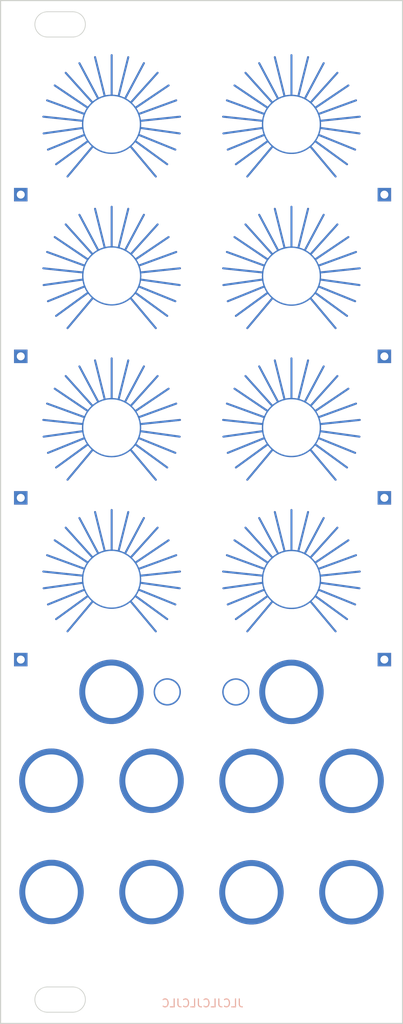
<source format=kicad_pcb>
(kicad_pcb (version 20171130) (host pcbnew "(5.1.4)-1")

  (general
    (thickness 1.6)
    (drawings 213)
    (tracks 336)
    (zones 0)
    (modules 30)
    (nets 1)
  )

  (page A4)
  (layers
    (0 F.Cu signal)
    (31 B.Cu signal)
    (32 B.Adhes user)
    (33 F.Adhes user)
    (34 B.Paste user)
    (35 F.Paste user)
    (36 B.SilkS user)
    (37 F.SilkS user)
    (38 B.Mask user)
    (39 F.Mask user)
    (40 Dwgs.User user)
    (41 Cmts.User user)
    (42 Eco1.User user)
    (43 Eco2.User user)
    (44 Edge.Cuts user)
  )

  (setup
    (last_trace_width 0.25)
    (trace_clearance 0.2)
    (zone_clearance 0.508)
    (zone_45_only no)
    (trace_min 0.2)
    (via_size 0.8)
    (via_drill 0.4)
    (via_min_size 0.4)
    (via_min_drill 0.3)
    (uvia_size 0.3)
    (uvia_drill 0.1)
    (uvias_allowed no)
    (uvia_min_size 0.2)
    (uvia_min_drill 0.1)
    (edge_width 0.05)
    (segment_width 0.2)
    (pcb_text_width 0.3)
    (pcb_text_size 1.5 1.5)
    (mod_edge_width 0.12)
    (mod_text_size 1 1)
    (mod_text_width 0.15)
    (pad_size 1.524 1.524)
    (pad_drill 0.762)
    (pad_to_mask_clearance 0.051)
    (solder_mask_min_width 0.25)
    (aux_axis_origin 0 0)
    (visible_elements FFFFFF7F)
    (pcbplotparams
      (layerselection 0x010f0_ffffffff)
      (usegerberextensions false)
      (usegerberattributes false)
      (usegerberadvancedattributes false)
      (creategerberjobfile false)
      (excludeedgelayer true)
      (linewidth 0.100000)
      (plotframeref false)
      (viasonmask false)
      (mode 1)
      (useauxorigin false)
      (hpglpennumber 1)
      (hpglpenspeed 20)
      (hpglpendiameter 15.000000)
      (psnegative false)
      (psa4output false)
      (plotreference true)
      (plotvalue false)
      (plotinvisibletext false)
      (padsonsilk false)
      (subtractmaskfromsilk false)
      (outputformat 1)
      (mirror false)
      (drillshape 0)
      (scaleselection 1)
      (outputdirectory "10HP2b/"))
  )

  (net 0 "")

  (net_class Default "これはデフォルトのネット クラスです。"
    (clearance 0.2)
    (trace_width 0.25)
    (via_dia 0.8)
    (via_drill 0.4)
    (uvia_dia 0.3)
    (uvia_drill 0.1)
  )

  (module 4ms_Connector:PinHeader_1x01_P2.54mm_Vertical_NoSilk (layer F.Cu) (tedit 5F1FACC9) (tstamp 5F201178)
    (at 48.26 -45.72)
    (descr "Through hole straight pin header, 1x01, 2.54mm pitch, single row")
    (tags "Through hole pin header THT 1x01 2.54mm single row")
    (fp_text reference REF** (at 0 -2.33) (layer F.SilkS) hide
      (effects (font (size 1 1) (thickness 0.15)))
    )
    (fp_text value PinHeader_1x01_P2.54mm_Vertical_NoSilk (at 0 2.33) (layer F.Fab)
      (effects (font (size 1 1) (thickness 0.15)))
    )
    (fp_text user %R (at 0 0 90) (layer F.Fab)
      (effects (font (size 1 1) (thickness 0.15)))
    )
    (fp_line (start 1.8 -1.8) (end -1.8 -1.8) (layer F.CrtYd) (width 0.05))
    (fp_line (start 1.8 1.8) (end 1.8 -1.8) (layer F.CrtYd) (width 0.05))
    (fp_line (start -1.8 1.8) (end 1.8 1.8) (layer F.CrtYd) (width 0.05))
    (fp_line (start -1.8 -1.8) (end -1.8 1.8) (layer F.CrtYd) (width 0.05))
    (fp_line (start -1.27 -0.635) (end -0.635 -1.27) (layer F.Fab) (width 0.1))
    (fp_line (start -1.27 1.27) (end -1.27 -0.635) (layer F.Fab) (width 0.1))
    (fp_line (start 1.27 1.27) (end -1.27 1.27) (layer F.Fab) (width 0.1))
    (fp_line (start 1.27 -1.27) (end 1.27 1.27) (layer F.Fab) (width 0.1))
    (fp_line (start -0.635 -1.27) (end 1.27 -1.27) (layer F.Fab) (width 0.1))
    (pad 1 thru_hole rect (at 0 0) (size 1.7 1.7) (drill 1) (layers *.Cu *.Mask))
    (model ${KISYS3DMOD}/Connector_PinHeader_2.54mm.3dshapes/PinHeader_1x01_P2.54mm_Vertical.wrl
      (at (xyz 0 0 0))
      (scale (xyz 1 1 1))
      (rotate (xyz 0 0 0))
    )
  )

  (module 4ms_Connector:PinHeader_1x01_P2.54mm_Vertical_NoSilk (layer F.Cu) (tedit 5F1FACC9) (tstamp 5F20115C)
    (at 2.54 -45.72)
    (descr "Through hole straight pin header, 1x01, 2.54mm pitch, single row")
    (tags "Through hole pin header THT 1x01 2.54mm single row")
    (fp_text reference REF** (at 0 -2.33) (layer F.SilkS) hide
      (effects (font (size 1 1) (thickness 0.15)))
    )
    (fp_text value PinHeader_1x01_P2.54mm_Vertical_NoSilk (at 0 2.33) (layer F.Fab)
      (effects (font (size 1 1) (thickness 0.15)))
    )
    (fp_line (start -0.635 -1.27) (end 1.27 -1.27) (layer F.Fab) (width 0.1))
    (fp_line (start 1.27 -1.27) (end 1.27 1.27) (layer F.Fab) (width 0.1))
    (fp_line (start 1.27 1.27) (end -1.27 1.27) (layer F.Fab) (width 0.1))
    (fp_line (start -1.27 1.27) (end -1.27 -0.635) (layer F.Fab) (width 0.1))
    (fp_line (start -1.27 -0.635) (end -0.635 -1.27) (layer F.Fab) (width 0.1))
    (fp_line (start -1.8 -1.8) (end -1.8 1.8) (layer F.CrtYd) (width 0.05))
    (fp_line (start -1.8 1.8) (end 1.8 1.8) (layer F.CrtYd) (width 0.05))
    (fp_line (start 1.8 1.8) (end 1.8 -1.8) (layer F.CrtYd) (width 0.05))
    (fp_line (start 1.8 -1.8) (end -1.8 -1.8) (layer F.CrtYd) (width 0.05))
    (fp_text user %R (at 0 0 90) (layer F.Fab)
      (effects (font (size 1 1) (thickness 0.15)))
    )
    (pad 1 thru_hole rect (at 0 0) (size 1.7 1.7) (drill 1) (layers *.Cu *.Mask))
    (model ${KISYS3DMOD}/Connector_PinHeader_2.54mm.3dshapes/PinHeader_1x01_P2.54mm_Vertical.wrl
      (at (xyz 0 0 0))
      (scale (xyz 1 1 1))
      (rotate (xyz 0 0 0))
    )
  )

  (module 4ms_Connector:PinHeader_1x01_P2.54mm_Vertical_NoSilk (layer F.Cu) (tedit 5F1FACC9) (tstamp 5F201140)
    (at 48.26 -66.04)
    (descr "Through hole straight pin header, 1x01, 2.54mm pitch, single row")
    (tags "Through hole pin header THT 1x01 2.54mm single row")
    (fp_text reference REF** (at 0 -2.33) (layer F.SilkS) hide
      (effects (font (size 1 1) (thickness 0.15)))
    )
    (fp_text value PinHeader_1x01_P2.54mm_Vertical_NoSilk (at 0 2.33) (layer F.Fab)
      (effects (font (size 1 1) (thickness 0.15)))
    )
    (fp_text user %R (at 0 0 90) (layer F.Fab)
      (effects (font (size 1 1) (thickness 0.15)))
    )
    (fp_line (start 1.8 -1.8) (end -1.8 -1.8) (layer F.CrtYd) (width 0.05))
    (fp_line (start 1.8 1.8) (end 1.8 -1.8) (layer F.CrtYd) (width 0.05))
    (fp_line (start -1.8 1.8) (end 1.8 1.8) (layer F.CrtYd) (width 0.05))
    (fp_line (start -1.8 -1.8) (end -1.8 1.8) (layer F.CrtYd) (width 0.05))
    (fp_line (start -1.27 -0.635) (end -0.635 -1.27) (layer F.Fab) (width 0.1))
    (fp_line (start -1.27 1.27) (end -1.27 -0.635) (layer F.Fab) (width 0.1))
    (fp_line (start 1.27 1.27) (end -1.27 1.27) (layer F.Fab) (width 0.1))
    (fp_line (start 1.27 -1.27) (end 1.27 1.27) (layer F.Fab) (width 0.1))
    (fp_line (start -0.635 -1.27) (end 1.27 -1.27) (layer F.Fab) (width 0.1))
    (pad 1 thru_hole rect (at 0 0) (size 1.7 1.7) (drill 1) (layers *.Cu *.Mask))
    (model ${KISYS3DMOD}/Connector_PinHeader_2.54mm.3dshapes/PinHeader_1x01_P2.54mm_Vertical.wrl
      (at (xyz 0 0 0))
      (scale (xyz 1 1 1))
      (rotate (xyz 0 0 0))
    )
  )

  (module 4ms_Connector:PinHeader_1x01_P2.54mm_Vertical_NoSilk (layer F.Cu) (tedit 5F1FACC9) (tstamp 5F201124)
    (at 2.54 -66.04)
    (descr "Through hole straight pin header, 1x01, 2.54mm pitch, single row")
    (tags "Through hole pin header THT 1x01 2.54mm single row")
    (fp_text reference REF** (at 0 -2.33) (layer F.SilkS) hide
      (effects (font (size 1 1) (thickness 0.15)))
    )
    (fp_text value PinHeader_1x01_P2.54mm_Vertical_NoSilk (at 0 2.33) (layer F.Fab)
      (effects (font (size 1 1) (thickness 0.15)))
    )
    (fp_line (start -0.635 -1.27) (end 1.27 -1.27) (layer F.Fab) (width 0.1))
    (fp_line (start 1.27 -1.27) (end 1.27 1.27) (layer F.Fab) (width 0.1))
    (fp_line (start 1.27 1.27) (end -1.27 1.27) (layer F.Fab) (width 0.1))
    (fp_line (start -1.27 1.27) (end -1.27 -0.635) (layer F.Fab) (width 0.1))
    (fp_line (start -1.27 -0.635) (end -0.635 -1.27) (layer F.Fab) (width 0.1))
    (fp_line (start -1.8 -1.8) (end -1.8 1.8) (layer F.CrtYd) (width 0.05))
    (fp_line (start -1.8 1.8) (end 1.8 1.8) (layer F.CrtYd) (width 0.05))
    (fp_line (start 1.8 1.8) (end 1.8 -1.8) (layer F.CrtYd) (width 0.05))
    (fp_line (start 1.8 -1.8) (end -1.8 -1.8) (layer F.CrtYd) (width 0.05))
    (fp_text user %R (at 0 0 90) (layer F.Fab)
      (effects (font (size 1 1) (thickness 0.15)))
    )
    (pad 1 thru_hole rect (at 0 0) (size 1.7 1.7) (drill 1) (layers *.Cu *.Mask))
    (model ${KISYS3DMOD}/Connector_PinHeader_2.54mm.3dshapes/PinHeader_1x01_P2.54mm_Vertical.wrl
      (at (xyz 0 0 0))
      (scale (xyz 1 1 1))
      (rotate (xyz 0 0 0))
    )
  )

  (module 4ms_Connector:PinHeader_1x01_P2.54mm_Vertical_NoSilk (layer F.Cu) (tedit 5F1FACC9) (tstamp 5F201108)
    (at 48.26 -83.82)
    (descr "Through hole straight pin header, 1x01, 2.54mm pitch, single row")
    (tags "Through hole pin header THT 1x01 2.54mm single row")
    (fp_text reference REF** (at 0 -2.33) (layer F.SilkS) hide
      (effects (font (size 1 1) (thickness 0.15)))
    )
    (fp_text value PinHeader_1x01_P2.54mm_Vertical_NoSilk (at 0 2.33) (layer F.Fab)
      (effects (font (size 1 1) (thickness 0.15)))
    )
    (fp_text user %R (at 0 0 90) (layer F.Fab)
      (effects (font (size 1 1) (thickness 0.15)))
    )
    (fp_line (start 1.8 -1.8) (end -1.8 -1.8) (layer F.CrtYd) (width 0.05))
    (fp_line (start 1.8 1.8) (end 1.8 -1.8) (layer F.CrtYd) (width 0.05))
    (fp_line (start -1.8 1.8) (end 1.8 1.8) (layer F.CrtYd) (width 0.05))
    (fp_line (start -1.8 -1.8) (end -1.8 1.8) (layer F.CrtYd) (width 0.05))
    (fp_line (start -1.27 -0.635) (end -0.635 -1.27) (layer F.Fab) (width 0.1))
    (fp_line (start -1.27 1.27) (end -1.27 -0.635) (layer F.Fab) (width 0.1))
    (fp_line (start 1.27 1.27) (end -1.27 1.27) (layer F.Fab) (width 0.1))
    (fp_line (start 1.27 -1.27) (end 1.27 1.27) (layer F.Fab) (width 0.1))
    (fp_line (start -0.635 -1.27) (end 1.27 -1.27) (layer F.Fab) (width 0.1))
    (pad 1 thru_hole rect (at 0 0) (size 1.7 1.7) (drill 1) (layers *.Cu *.Mask))
    (model ${KISYS3DMOD}/Connector_PinHeader_2.54mm.3dshapes/PinHeader_1x01_P2.54mm_Vertical.wrl
      (at (xyz 0 0 0))
      (scale (xyz 1 1 1))
      (rotate (xyz 0 0 0))
    )
  )

  (module 4ms_Connector:PinHeader_1x01_P2.54mm_Vertical_NoSilk (layer F.Cu) (tedit 5F1FACC9) (tstamp 5F2010EC)
    (at 2.54 -83.82)
    (descr "Through hole straight pin header, 1x01, 2.54mm pitch, single row")
    (tags "Through hole pin header THT 1x01 2.54mm single row")
    (fp_text reference REF** (at 0 -2.33) (layer F.SilkS) hide
      (effects (font (size 1 1) (thickness 0.15)))
    )
    (fp_text value PinHeader_1x01_P2.54mm_Vertical_NoSilk (at 0 2.33) (layer F.Fab)
      (effects (font (size 1 1) (thickness 0.15)))
    )
    (fp_line (start -0.635 -1.27) (end 1.27 -1.27) (layer F.Fab) (width 0.1))
    (fp_line (start 1.27 -1.27) (end 1.27 1.27) (layer F.Fab) (width 0.1))
    (fp_line (start 1.27 1.27) (end -1.27 1.27) (layer F.Fab) (width 0.1))
    (fp_line (start -1.27 1.27) (end -1.27 -0.635) (layer F.Fab) (width 0.1))
    (fp_line (start -1.27 -0.635) (end -0.635 -1.27) (layer F.Fab) (width 0.1))
    (fp_line (start -1.8 -1.8) (end -1.8 1.8) (layer F.CrtYd) (width 0.05))
    (fp_line (start -1.8 1.8) (end 1.8 1.8) (layer F.CrtYd) (width 0.05))
    (fp_line (start 1.8 1.8) (end 1.8 -1.8) (layer F.CrtYd) (width 0.05))
    (fp_line (start 1.8 -1.8) (end -1.8 -1.8) (layer F.CrtYd) (width 0.05))
    (fp_text user %R (at 0 0 90) (layer F.Fab)
      (effects (font (size 1 1) (thickness 0.15)))
    )
    (pad 1 thru_hole rect (at 0 0) (size 1.7 1.7) (drill 1) (layers *.Cu *.Mask))
    (model ${KISYS3DMOD}/Connector_PinHeader_2.54mm.3dshapes/PinHeader_1x01_P2.54mm_Vertical.wrl
      (at (xyz 0 0 0))
      (scale (xyz 1 1 1))
      (rotate (xyz 0 0 0))
    )
  )

  (module 4ms_Connector:PinHeader_1x01_P2.54mm_Vertical_NoSilk (layer F.Cu) (tedit 5F1FACC9) (tstamp 5F2010D0)
    (at 48.26 -104.14)
    (descr "Through hole straight pin header, 1x01, 2.54mm pitch, single row")
    (tags "Through hole pin header THT 1x01 2.54mm single row")
    (fp_text reference REF** (at 0 -2.33) (layer F.SilkS) hide
      (effects (font (size 1 1) (thickness 0.15)))
    )
    (fp_text value PinHeader_1x01_P2.54mm_Vertical_NoSilk (at 0 2.33) (layer F.Fab)
      (effects (font (size 1 1) (thickness 0.15)))
    )
    (fp_text user %R (at 0 0 90) (layer F.Fab)
      (effects (font (size 1 1) (thickness 0.15)))
    )
    (fp_line (start 1.8 -1.8) (end -1.8 -1.8) (layer F.CrtYd) (width 0.05))
    (fp_line (start 1.8 1.8) (end 1.8 -1.8) (layer F.CrtYd) (width 0.05))
    (fp_line (start -1.8 1.8) (end 1.8 1.8) (layer F.CrtYd) (width 0.05))
    (fp_line (start -1.8 -1.8) (end -1.8 1.8) (layer F.CrtYd) (width 0.05))
    (fp_line (start -1.27 -0.635) (end -0.635 -1.27) (layer F.Fab) (width 0.1))
    (fp_line (start -1.27 1.27) (end -1.27 -0.635) (layer F.Fab) (width 0.1))
    (fp_line (start 1.27 1.27) (end -1.27 1.27) (layer F.Fab) (width 0.1))
    (fp_line (start 1.27 -1.27) (end 1.27 1.27) (layer F.Fab) (width 0.1))
    (fp_line (start -0.635 -1.27) (end 1.27 -1.27) (layer F.Fab) (width 0.1))
    (pad 1 thru_hole rect (at 0 0) (size 1.7 1.7) (drill 1) (layers *.Cu *.Mask))
    (model ${KISYS3DMOD}/Connector_PinHeader_2.54mm.3dshapes/PinHeader_1x01_P2.54mm_Vertical.wrl
      (at (xyz 0 0 0))
      (scale (xyz 1 1 1))
      (rotate (xyz 0 0 0))
    )
  )

  (module 4ms_Connector:PinHeader_1x01_P2.54mm_Vertical_NoSilk (layer F.Cu) (tedit 5F1FACC9) (tstamp 5F2010B1)
    (at 2.54 -104.14)
    (descr "Through hole straight pin header, 1x01, 2.54mm pitch, single row")
    (tags "Through hole pin header THT 1x01 2.54mm single row")
    (fp_text reference REF** (at 0 -2.33) (layer F.SilkS) hide
      (effects (font (size 1 1) (thickness 0.15)))
    )
    (fp_text value PinHeader_1x01_P2.54mm_Vertical_NoSilk (at 0 2.33) (layer F.Fab)
      (effects (font (size 1 1) (thickness 0.15)))
    )
    (fp_line (start -0.635 -1.27) (end 1.27 -1.27) (layer F.Fab) (width 0.1))
    (fp_line (start 1.27 -1.27) (end 1.27 1.27) (layer F.Fab) (width 0.1))
    (fp_line (start 1.27 1.27) (end -1.27 1.27) (layer F.Fab) (width 0.1))
    (fp_line (start -1.27 1.27) (end -1.27 -0.635) (layer F.Fab) (width 0.1))
    (fp_line (start -1.27 -0.635) (end -0.635 -1.27) (layer F.Fab) (width 0.1))
    (fp_line (start -1.8 -1.8) (end -1.8 1.8) (layer F.CrtYd) (width 0.05))
    (fp_line (start -1.8 1.8) (end 1.8 1.8) (layer F.CrtYd) (width 0.05))
    (fp_line (start 1.8 1.8) (end 1.8 -1.8) (layer F.CrtYd) (width 0.05))
    (fp_line (start 1.8 -1.8) (end -1.8 -1.8) (layer F.CrtYd) (width 0.05))
    (fp_text user %R (at 0 0 90) (layer F.Fab)
      (effects (font (size 1 1) (thickness 0.15)))
    )
    (pad 1 thru_hole rect (at 0 0) (size 1.7 1.7) (drill 1) (layers *.Cu *.Mask))
    (model ${KISYS3DMOD}/Connector_PinHeader_2.54mm.3dshapes/PinHeader_1x01_P2.54mm_Vertical.wrl
      (at (xyz 0 0 0))
      (scale (xyz 1 1 1))
      (rotate (xyz 0 0 0))
    )
  )

  (module 4ms_Faceplate:Faceplate_Hole_LED_3mm (layer F.Cu) (tedit 5AECAFDA) (tstamp 5F200F44)
    (at 29.59 -41.65)
    (fp_text reference REF** (at 0 3.937) (layer F.Fab) hide
      (effects (font (size 1 1) (thickness 0.15)))
    )
    (fp_text value Faceplate_Hole_LED_3mm (at 0.09 2.46) (layer F.Fab) hide
      (effects (font (size 1 1) (thickness 0.15)))
    )
    (fp_line (start 0 -0.508) (end 0 0.508) (layer F.Fab) (width 0.15))
    (fp_line (start -0.508 0) (end 0.508 0) (layer F.Fab) (width 0.15))
    (pad 1 thru_hole circle (at 0 0 90) (size 3.429 3.429) (drill 3.048) (layers *.Cu *.Mask))
  )

  (module 4ms_Faceplate:Faceplate_Hole_LED_3mm (layer F.Cu) (tedit 5AECAFDA) (tstamp 5F200F2B)
    (at 20.96 -41.66)
    (fp_text reference REF** (at 0 3.937) (layer F.Fab) hide
      (effects (font (size 1 1) (thickness 0.15)))
    )
    (fp_text value Faceplate_Hole_LED_3mm (at 0.09 2.46) (layer F.Fab) hide
      (effects (font (size 1 1) (thickness 0.15)))
    )
    (fp_line (start 0 -0.508) (end 0 0.508) (layer F.Fab) (width 0.15))
    (fp_line (start -0.508 0) (end 0.508 0) (layer F.Fab) (width 0.15))
    (pad 1 thru_hole circle (at 0 0 90) (size 3.429 3.429) (drill 3.048) (layers *.Cu *.Mask))
  )

  (module 4ms_Faceplate:Faceplate_Hole_Jack_3.5mm_Copper8mm locked (layer F.Cu) (tedit 5DAE1E51) (tstamp 5F200F06)
    (at 36.58 -41.66)
    (fp_text reference REF** (at 0.41 4.84) (layer F.Fab) hide
      (effects (font (size 1 1) (thickness 0.15)))
    )
    (fp_text value Faceplate_Hole_Jack_3.5mm_Copper8mm (at 0.27 6.16) (layer F.Fab) hide
      (effects (font (size 1 1) (thickness 0.15)))
    )
    (fp_line (start 0 -0.508) (end 0 0.508) (layer F.Fab) (width 0.15))
    (fp_line (start -0.508 0) (end 0.508 0) (layer F.Fab) (width 0.15))
    (pad 1 thru_hole circle (at 0 0) (size 8.1 8.1) (drill 6.604) (layers *.Cu *.Mask))
  )

  (module 4ms_Faceplate:Faceplate_Hole_Jack_3.5mm_Copper8mm locked (layer F.Cu) (tedit 5DAE1E51) (tstamp 5F200EED)
    (at 13.95 -41.67)
    (fp_text reference REF** (at 0.41 4.84) (layer F.Fab) hide
      (effects (font (size 1 1) (thickness 0.15)))
    )
    (fp_text value Faceplate_Hole_Jack_3.5mm_Copper8mm (at 0.27 6.16) (layer F.Fab) hide
      (effects (font (size 1 1) (thickness 0.15)))
    )
    (fp_line (start 0 -0.508) (end 0 0.508) (layer F.Fab) (width 0.15))
    (fp_line (start -0.508 0) (end 0.508 0) (layer F.Fab) (width 0.15))
    (pad 1 thru_hole circle (at 0 0) (size 8.1 8.1) (drill 6.604) (layers *.Cu *.Mask))
  )

  (module 4ms_Faceplate:Faceplate_Hole_Jack_3.5mm_Copper8mm locked (layer F.Cu) (tedit 5DAE1E51) (tstamp 5F200ED4)
    (at 44.12 -16.49)
    (fp_text reference REF** (at 0.41 4.84) (layer F.Fab) hide
      (effects (font (size 1 1) (thickness 0.15)))
    )
    (fp_text value Faceplate_Hole_Jack_3.5mm_Copper8mm (at 0.27 6.16) (layer F.Fab) hide
      (effects (font (size 1 1) (thickness 0.15)))
    )
    (fp_line (start 0 -0.508) (end 0 0.508) (layer F.Fab) (width 0.15))
    (fp_line (start -0.508 0) (end 0.508 0) (layer F.Fab) (width 0.15))
    (pad 1 thru_hole circle (at 0 0) (size 8.1 8.1) (drill 6.604) (layers *.Cu *.Mask))
  )

  (module 4ms_Faceplate:Faceplate_Hole_Jack_3.5mm_Copper8mm locked (layer F.Cu) (tedit 5DAE1E51) (tstamp 5F200EBB)
    (at 31.55 -16.48)
    (fp_text reference REF** (at 0.41 4.84) (layer F.Fab) hide
      (effects (font (size 1 1) (thickness 0.15)))
    )
    (fp_text value Faceplate_Hole_Jack_3.5mm_Copper8mm (at 0.27 6.16) (layer F.Fab) hide
      (effects (font (size 1 1) (thickness 0.15)))
    )
    (fp_line (start 0 -0.508) (end 0 0.508) (layer F.Fab) (width 0.15))
    (fp_line (start -0.508 0) (end 0.508 0) (layer F.Fab) (width 0.15))
    (pad 1 thru_hole circle (at 0 0) (size 8.1 8.1) (drill 6.604) (layers *.Cu *.Mask))
  )

  (module 4ms_Faceplate:Faceplate_Hole_Jack_3.5mm_Copper8mm locked (layer F.Cu) (tedit 5DAE1E51) (tstamp 5F200EA2)
    (at 18.98 -16.51)
    (fp_text reference REF** (at 0.41 4.84) (layer F.Fab) hide
      (effects (font (size 1 1) (thickness 0.15)))
    )
    (fp_text value Faceplate_Hole_Jack_3.5mm_Copper8mm (at 0.27 6.16) (layer F.Fab) hide
      (effects (font (size 1 1) (thickness 0.15)))
    )
    (fp_line (start 0 -0.508) (end 0 0.508) (layer F.Fab) (width 0.15))
    (fp_line (start -0.508 0) (end 0.508 0) (layer F.Fab) (width 0.15))
    (pad 1 thru_hole circle (at 0 0) (size 8.1 8.1) (drill 6.604) (layers *.Cu *.Mask))
  )

  (module 4ms_Faceplate:Faceplate_Hole_Jack_3.5mm_Copper8mm locked (layer F.Cu) (tedit 5DAE1E51) (tstamp 5F200E89)
    (at 6.41 -16.52)
    (fp_text reference REF** (at 0.41 4.84) (layer F.Fab) hide
      (effects (font (size 1 1) (thickness 0.15)))
    )
    (fp_text value Faceplate_Hole_Jack_3.5mm_Copper8mm (at 0.27 6.16) (layer F.Fab) hide
      (effects (font (size 1 1) (thickness 0.15)))
    )
    (fp_line (start 0 -0.508) (end 0 0.508) (layer F.Fab) (width 0.15))
    (fp_line (start -0.508 0) (end 0.508 0) (layer F.Fab) (width 0.15))
    (pad 1 thru_hole circle (at 0 0) (size 8.1 8.1) (drill 6.604) (layers *.Cu *.Mask))
  )

  (module 4ms_Faceplate:Faceplate_Hole_Jack_3.5mm_Copper8mm locked (layer F.Cu) (tedit 5DAE1E51) (tstamp 5F200E70)
    (at 44.14 -30.48)
    (fp_text reference REF** (at 0.41 4.84) (layer F.Fab) hide
      (effects (font (size 1 1) (thickness 0.15)))
    )
    (fp_text value Faceplate_Hole_Jack_3.5mm_Copper8mm (at 0.27 6.16) (layer F.Fab) hide
      (effects (font (size 1 1) (thickness 0.15)))
    )
    (fp_line (start 0 -0.508) (end 0 0.508) (layer F.Fab) (width 0.15))
    (fp_line (start -0.508 0) (end 0.508 0) (layer F.Fab) (width 0.15))
    (pad 1 thru_hole circle (at 0 0) (size 8.1 8.1) (drill 6.604) (layers *.Cu *.Mask))
  )

  (module 4ms_Faceplate:Faceplate_Hole_Jack_3.5mm_Copper8mm locked (layer F.Cu) (tedit 5DAE1E51) (tstamp 5F200E57)
    (at 31.56 -30.48)
    (fp_text reference REF** (at 0.41 4.84) (layer F.Fab) hide
      (effects (font (size 1 1) (thickness 0.15)))
    )
    (fp_text value Faceplate_Hole_Jack_3.5mm_Copper8mm (at 0.27 6.16) (layer F.Fab) hide
      (effects (font (size 1 1) (thickness 0.15)))
    )
    (fp_line (start 0 -0.508) (end 0 0.508) (layer F.Fab) (width 0.15))
    (fp_line (start -0.508 0) (end 0.508 0) (layer F.Fab) (width 0.15))
    (pad 1 thru_hole circle (at 0 0) (size 8.1 8.1) (drill 6.604) (layers *.Cu *.Mask))
  )

  (module 4ms_Faceplate:Faceplate_Hole_Jack_3.5mm_Copper8mm locked (layer F.Cu) (tedit 5DAE1E51) (tstamp 5F200E3E)
    (at 18.99 -30.49)
    (fp_text reference REF** (at 0.41 4.84) (layer F.Fab) hide
      (effects (font (size 1 1) (thickness 0.15)))
    )
    (fp_text value Faceplate_Hole_Jack_3.5mm_Copper8mm (at 0.27 6.16) (layer F.Fab) hide
      (effects (font (size 1 1) (thickness 0.15)))
    )
    (fp_line (start 0 -0.508) (end 0 0.508) (layer F.Fab) (width 0.15))
    (fp_line (start -0.508 0) (end 0.508 0) (layer F.Fab) (width 0.15))
    (pad 1 thru_hole circle (at 0 0) (size 8.1 8.1) (drill 6.604) (layers *.Cu *.Mask))
  )

  (module 4ms_Faceplate:Faceplate_Hole_Jack_3.5mm_Copper8mm locked (layer F.Cu) (tedit 5DAE1E51) (tstamp 5F200E25)
    (at 6.39 -30.5)
    (fp_text reference REF** (at 0.41 4.84) (layer F.Fab) hide
      (effects (font (size 1 1) (thickness 0.15)))
    )
    (fp_text value Faceplate_Hole_Jack_3.5mm_Copper8mm (at 0.27 6.16) (layer F.Fab) hide
      (effects (font (size 1 1) (thickness 0.15)))
    )
    (fp_line (start 0 -0.508) (end 0 0.508) (layer F.Fab) (width 0.15))
    (fp_line (start -0.508 0) (end 0.508 0) (layer F.Fab) (width 0.15))
    (pad 1 thru_hole circle (at 0 0) (size 8.1 8.1) (drill 6.604) (layers *.Cu *.Mask))
  )

  (module 4ms_Faceplate:Faceplate_Hole_Pot_9mm_Metal_Collar (layer F.Cu) (tedit 5AB0124D) (tstamp 5F200DF4)
    (at 36.58 -55.79)
    (fp_text reference REF** (at 0.254 2.286) (layer F.SilkS) hide
      (effects (font (size 1 1) (thickness 0.15)))
    )
    (fp_text value Faceplate_Hole_Pot_9mm (at 0.17 4.53) (layer F.Fab) hide
      (effects (font (size 1 1) (thickness 0.15)))
    )
    (fp_line (start -0.508 0) (end 0.508 0) (layer F.Fab) (width 0.15))
    (fp_line (start 0 -0.508) (end 0 0.508) (layer F.Fab) (width 0.15))
    (pad 1 thru_hole circle (at 0 0) (size 7.45 7.45) (drill 7.1) (layers *.Cu *.Mask))
  )

  (module 4ms_Faceplate:Faceplate_Hole_Pot_9mm_Metal_Collar (layer F.Cu) (tedit 5AB0124D) (tstamp 5F200DDB)
    (at 13.96 -55.82)
    (fp_text reference REF** (at 0.254 2.286) (layer F.SilkS) hide
      (effects (font (size 1 1) (thickness 0.15)))
    )
    (fp_text value Faceplate_Hole_Pot_9mm (at 0.17 4.53) (layer F.Fab) hide
      (effects (font (size 1 1) (thickness 0.15)))
    )
    (fp_line (start -0.508 0) (end 0.508 0) (layer F.Fab) (width 0.15))
    (fp_line (start 0 -0.508) (end 0 0.508) (layer F.Fab) (width 0.15))
    (pad 1 thru_hole circle (at 0 0) (size 7.45 7.45) (drill 7.1) (layers *.Cu *.Mask))
  )

  (module 4ms_Faceplate:Faceplate_Hole_Pot_9mm_Metal_Collar (layer F.Cu) (tedit 5AB0124D) (tstamp 5F200DC2)
    (at 36.58 -74.87)
    (fp_text reference REF** (at 0.254 2.286) (layer F.SilkS) hide
      (effects (font (size 1 1) (thickness 0.15)))
    )
    (fp_text value Faceplate_Hole_Pot_9mm (at 0.17 4.53) (layer F.Fab) hide
      (effects (font (size 1 1) (thickness 0.15)))
    )
    (fp_line (start -0.508 0) (end 0.508 0) (layer F.Fab) (width 0.15))
    (fp_line (start 0 -0.508) (end 0 0.508) (layer F.Fab) (width 0.15))
    (pad 1 thru_hole circle (at 0 0) (size 7.45 7.45) (drill 7.1) (layers *.Cu *.Mask))
  )

  (module 4ms_Faceplate:Faceplate_Hole_Pot_9mm_Metal_Collar (layer F.Cu) (tedit 5AB0124D) (tstamp 5F200DA9)
    (at 13.96 -74.86)
    (fp_text reference REF** (at 0.254 2.286) (layer F.SilkS) hide
      (effects (font (size 1 1) (thickness 0.15)))
    )
    (fp_text value Faceplate_Hole_Pot_9mm (at 0.17 4.53) (layer F.Fab) hide
      (effects (font (size 1 1) (thickness 0.15)))
    )
    (fp_line (start -0.508 0) (end 0.508 0) (layer F.Fab) (width 0.15))
    (fp_line (start 0 -0.508) (end 0 0.508) (layer F.Fab) (width 0.15))
    (pad 1 thru_hole circle (at 0 0) (size 7.45 7.45) (drill 7.1) (layers *.Cu *.Mask))
  )

  (module 4ms_Faceplate:Faceplate_Hole_Pot_9mm_Metal_Collar (layer F.Cu) (tedit 5AB0124D) (tstamp 5F200D90)
    (at 36.58 -93.9)
    (fp_text reference REF** (at 0.254 2.286) (layer F.SilkS) hide
      (effects (font (size 1 1) (thickness 0.15)))
    )
    (fp_text value Faceplate_Hole_Pot_9mm (at 0.17 4.53) (layer F.Fab) hide
      (effects (font (size 1 1) (thickness 0.15)))
    )
    (fp_line (start -0.508 0) (end 0.508 0) (layer F.Fab) (width 0.15))
    (fp_line (start 0 -0.508) (end 0 0.508) (layer F.Fab) (width 0.15))
    (pad 1 thru_hole circle (at 0 0) (size 7.45 7.45) (drill 7.1) (layers *.Cu *.Mask))
  )

  (module 4ms_Faceplate:Faceplate_Hole_Pot_9mm_Metal_Collar (layer F.Cu) (tedit 5AB0124D) (tstamp 5F200D77)
    (at 13.98 -93.93)
    (fp_text reference REF** (at 0.254 2.286) (layer F.SilkS) hide
      (effects (font (size 1 1) (thickness 0.15)))
    )
    (fp_text value Faceplate_Hole_Pot_9mm (at 0.17 4.53) (layer F.Fab) hide
      (effects (font (size 1 1) (thickness 0.15)))
    )
    (fp_line (start -0.508 0) (end 0.508 0) (layer F.Fab) (width 0.15))
    (fp_line (start 0 -0.508) (end 0 0.508) (layer F.Fab) (width 0.15))
    (pad 1 thru_hole circle (at 0 0) (size 7.45 7.45) (drill 7.1) (layers *.Cu *.Mask))
  )

  (module 4ms_Faceplate:Faceplate_Hole_Pot_9mm_Metal_Collar (layer F.Cu) (tedit 5AB0124D) (tstamp 5F200D5E)
    (at 36.58 -112.97)
    (fp_text reference REF** (at 0.254 2.286) (layer F.SilkS) hide
      (effects (font (size 1 1) (thickness 0.15)))
    )
    (fp_text value Faceplate_Hole_Pot_9mm (at 0.17 4.53) (layer F.Fab) hide
      (effects (font (size 1 1) (thickness 0.15)))
    )
    (fp_line (start -0.508 0) (end 0.508 0) (layer F.Fab) (width 0.15))
    (fp_line (start 0 -0.508) (end 0 0.508) (layer F.Fab) (width 0.15))
    (pad 1 thru_hole circle (at 0 0) (size 7.45 7.45) (drill 7.1) (layers *.Cu *.Mask))
  )

  (module 4ms_Faceplate:Faceplate_Hole_Pot_9mm_Metal_Collar (layer F.Cu) (tedit 5AB0124D) (tstamp 5F200D45)
    (at 13.96 -112.98)
    (fp_text reference REF** (at 0.254 2.286) (layer F.SilkS) hide
      (effects (font (size 1 1) (thickness 0.15)))
    )
    (fp_text value Faceplate_Hole_Pot_9mm (at 0.17 4.53) (layer F.Fab) hide
      (effects (font (size 1 1) (thickness 0.15)))
    )
    (fp_line (start -0.508 0) (end 0.508 0) (layer F.Fab) (width 0.15))
    (fp_line (start 0 -0.508) (end 0 0.508) (layer F.Fab) (width 0.15))
    (pad 1 thru_hole circle (at 0 0) (size 7.45 7.45) (drill 7.1) (layers *.Cu *.Mask))
  )

  (module 4ms_Faceplate:Faceplate_Rail_Mount_Slot (layer F.Cu) (tedit 5A7E37F6) (tstamp 5F200D1D)
    (at 7.49 -3)
    (fp_text reference REF** (at 0.13 4.37) (layer F.Fab) hide
      (effects (font (size 1 1) (thickness 0.15)))
    )
    (fp_text value Rail_mount_slot (at 0.381 2.54) (layer F.Fab) hide
      (effects (font (size 1 1) (thickness 0.15)))
    )
    (fp_line (start -1.5875 -1.5875) (end 1.5875 -1.5875) (layer Edge.Cuts) (width 0.1))
    (fp_arc (start -1.5875 0) (end -1.5875 1.5875) (angle 180) (layer Edge.Cuts) (width 0.1))
    (fp_arc (start 1.5875 0) (end 1.5875 -1.5875) (angle 180) (layer Edge.Cuts) (width 0.1))
    (fp_line (start -1.5875 1.5875) (end 1.5875 1.5875) (layer Edge.Cuts) (width 0.1))
  )

  (module 4ms_Faceplate:Faceplate_Rail_Mount_Slot (layer F.Cu) (tedit 5A7E37F6) (tstamp 5F200D00)
    (at 7.49 -125.53)
    (fp_text reference REF** (at 0.13 4.37) (layer F.Fab) hide
      (effects (font (size 1 1) (thickness 0.15)))
    )
    (fp_text value Rail_mount_slot (at 0.381 2.54) (layer F.Fab) hide
      (effects (font (size 1 1) (thickness 0.15)))
    )
    (fp_line (start -1.5875 -1.5875) (end 1.5875 -1.5875) (layer Edge.Cuts) (width 0.1))
    (fp_arc (start -1.5875 0) (end -1.5875 1.5875) (angle 180) (layer Edge.Cuts) (width 0.1))
    (fp_arc (start 1.5875 0) (end 1.5875 -1.5875) (angle 180) (layer Edge.Cuts) (width 0.1))
    (fp_line (start -1.5875 1.5875) (end 1.5875 1.5875) (layer Edge.Cuts) (width 0.1))
  )

  (gr_text JLCJLCJLCJLC (at 25.4 -2.54) (layer B.SilkS)
    (effects (font (size 1 1) (thickness 0.15)) (justify mirror))
  )
  (gr_line (start 13.97 -113.03) (end 13.97 -113.03) (layer B.Mask) (width 7.239))
  (gr_line (start 36.576 -113.03) (end 36.576 -113.03) (layer B.Mask) (width 7.239))
  (gr_line (start 13.97 -93.98) (end 13.97 -93.98) (layer B.Mask) (width 7.239))
  (gr_line (start 36.576 -93.98) (end 36.576 -93.98) (layer B.Mask) (width 7.239))
  (gr_line (start 13.97 -74.93) (end 13.97 -74.93) (layer B.Mask) (width 7.239))
  (gr_line (start 36.576 -74.93) (end 36.576 -74.93) (layer B.Mask) (width 7.239))
  (gr_line (start 13.97 -55.88) (end 13.97 -55.88) (layer B.Mask) (width 7.239))
  (gr_line (start 36.576 -55.88) (end 36.576 -55.88) (layer B.Mask) (width 7.239))
  (gr_line (start 13.97 -41.656) (end 13.97 -41.656) (layer B.Mask) (width 5.334))
  (gr_line (start 36.576 -41.656) (end 36.576 -41.656) (layer B.Mask) (width 5.334))
  (gr_line (start 20.955 -41.656) (end 20.955 -41.656) (layer B.Mask) (width 3.048))
  (gr_line (start 29.591 -41.656) (end 29.591 -41.656) (layer B.Mask) (width 3.048))
  (gr_line (start 6.4135 -30.48) (end 6.4135 -30.48) (layer B.Mask) (width 6.35))
  (gr_line (start 18.9865 -30.48) (end 18.9865 -30.48) (layer B.Mask) (width 6.35))
  (gr_line (start 31.5595 -30.48) (end 31.5595 -30.48) (layer B.Mask) (width 6.35))
  (gr_line (start 44.1325 -30.48) (end 44.1325 -30.48) (layer B.Mask) (width 6.35))
  (gr_line (start 6.4135 -16.51) (end 6.4135 -16.51) (layer B.Mask) (width 6.35))
  (gr_line (start 18.9865 -16.51) (end 18.9865 -16.51) (layer B.Mask) (width 6.35))
  (gr_line (start 31.5595 -16.51) (end 31.5595 -16.51) (layer B.Mask) (width 6.35))
  (gr_line (start 44.1325 -16.51) (end 44.1325 -16.51) (layer B.Mask) (width 6.35))
  (gr_line (start 13.97 -113.03) (end 13.97 -113.03) (layer F.Mask) (width 7.239))
  (gr_line (start 36.576 -113.03) (end 36.576 -113.03) (layer F.Mask) (width 7.239))
  (gr_line (start 13.97 -93.98) (end 13.97 -93.98) (layer F.Mask) (width 7.239))
  (gr_line (start 36.576 -93.98) (end 36.576 -93.98) (layer F.Mask) (width 7.239))
  (gr_line (start 13.97 -74.93) (end 13.97 -74.93) (layer F.Mask) (width 7.239))
  (gr_line (start 36.576 -74.93) (end 36.576 -74.93) (layer F.Mask) (width 7.239))
  (gr_line (start 13.97 -55.88) (end 13.97 -55.88) (layer F.Mask) (width 7.239))
  (gr_line (start 36.576 -55.88) (end 36.576 -55.88) (layer F.Mask) (width 7.239))
  (gr_line (start 13.97 -41.656) (end 13.97 -41.656) (layer F.Mask) (width 5.334))
  (gr_line (start 36.576 -41.656) (end 36.576 -41.656) (layer F.Mask) (width 5.334))
  (gr_line (start 20.955 -41.656) (end 20.955 -41.656) (layer F.Mask) (width 3.048))
  (gr_line (start 29.591 -41.656) (end 29.591 -41.656) (layer F.Mask) (width 3.048))
  (gr_line (start 6.4135 -30.48) (end 6.4135 -30.48) (layer F.Mask) (width 6.35))
  (gr_line (start 18.9865 -30.48) (end 18.9865 -30.48) (layer F.Mask) (width 6.35))
  (gr_line (start 31.5595 -30.48) (end 31.5595 -30.48) (layer F.Mask) (width 6.35))
  (gr_line (start 44.1325 -30.48) (end 44.1325 -30.48) (layer F.Mask) (width 6.35))
  (gr_line (start 6.4135 -16.51) (end 6.4135 -16.51) (layer F.Mask) (width 6.35))
  (gr_line (start 18.9865 -16.51) (end 18.9865 -16.51) (layer F.Mask) (width 6.35))
  (gr_line (start 31.5595 -16.51) (end 31.5595 -16.51) (layer F.Mask) (width 6.35))
  (gr_line (start 44.1325 -16.51) (end 44.1325 -16.51) (layer F.Mask) (width 6.35))
  (gr_line (start 13.97 -113.03) (end 8.41888 -106.41444) (layer F.Mask) (width 0.254))
  (gr_line (start 13.97 -113.03) (end 6.98332 -107.95389) (layer F.Mask) (width 0.254))
  (gr_line (start 13.97 -113.03) (end 5.96283 -109.7949) (layer F.Mask) (width 0.254))
  (gr_line (start 13.97 -113.03) (end 5.41805 -111.8281) (layer F.Mask) (width 0.254))
  (gr_line (start 13.97 -113.03) (end 5.38132 -113.93272) (layer F.Mask) (width 0.254))
  (gr_line (start 13.97 -113.03) (end 5.85483 -115.98369) (layer F.Mask) (width 0.254))
  (gr_line (start 13.97 -113.03) (end 6.81043 -117.8592) (layer F.Mask) (width 0.254))
  (gr_line (start 13.97 -113.03) (end 8.1914 -119.44779) (layer F.Mask) (width 0.254))
  (gr_line (start 13.97 -113.03) (end 9.91565 -120.65513) (layer F.Mask) (width 0.254))
  (gr_line (start 13.97 -113.03) (end 11.88077 -121.40949) (layer F.Mask) (width 0.254))
  (gr_line (start 13.97 -113.03) (end 13.97 -121.666) (layer F.Mask) (width 0.254))
  (gr_line (start 13.97 -113.03) (end 16.05923 -121.40949) (layer F.Mask) (width 0.254))
  (gr_line (start 13.97 -113.03) (end 18.02435 -120.65513) (layer F.Mask) (width 0.254))
  (gr_line (start 13.97 -113.03) (end 19.7486 -119.44779) (layer F.Mask) (width 0.254))
  (gr_line (start 13.97 -113.03) (end 21.12957 -117.8592) (layer F.Mask) (width 0.254))
  (gr_line (start 13.97 -113.03) (end 22.08517 -115.98369) (layer F.Mask) (width 0.254))
  (gr_line (start 13.97 -113.03) (end 22.55868 -113.93272) (layer F.Mask) (width 0.254))
  (gr_line (start 13.97 -113.03) (end 22.52195 -111.8281) (layer F.Mask) (width 0.254))
  (gr_line (start 13.97 -113.03) (end 21.97717 -109.7949) (layer F.Mask) (width 0.254))
  (gr_line (start 13.97 -113.03) (end 20.95668 -107.95389) (layer F.Mask) (width 0.254))
  (gr_line (start 13.97 -113.03) (end 19.52112 -106.41444) (layer F.Mask) (width 0.254))
  (gr_line (start 36.576 -113.03) (end 31.02488 -106.41444) (layer F.Mask) (width 0.254))
  (gr_line (start 36.576 -113.03) (end 29.58932 -107.95389) (layer F.Mask) (width 0.254))
  (gr_line (start 36.576 -113.03) (end 28.56883 -109.7949) (layer F.Mask) (width 0.254))
  (gr_line (start 36.576 -113.03) (end 28.02405 -111.8281) (layer F.Mask) (width 0.254))
  (gr_line (start 36.576 -113.03) (end 27.98732 -113.93272) (layer F.Mask) (width 0.254))
  (gr_line (start 36.576 -113.03) (end 28.46083 -115.98369) (layer F.Mask) (width 0.254))
  (gr_line (start 36.576 -113.03) (end 29.41643 -117.8592) (layer F.Mask) (width 0.254))
  (gr_line (start 36.576 -113.03) (end 30.7974 -119.44779) (layer F.Mask) (width 0.254))
  (gr_line (start 36.576 -113.03) (end 32.52165 -120.65513) (layer F.Mask) (width 0.254))
  (gr_line (start 36.576 -113.03) (end 34.48677 -121.40949) (layer F.Mask) (width 0.254))
  (gr_line (start 36.576 -113.03) (end 36.576 -121.666) (layer F.Mask) (width 0.254))
  (gr_line (start 36.576 -113.03) (end 38.66523 -121.40949) (layer F.Mask) (width 0.254))
  (gr_line (start 36.576 -113.03) (end 40.63035 -120.65513) (layer F.Mask) (width 0.254))
  (gr_line (start 36.576 -113.03) (end 42.3546 -119.44779) (layer F.Mask) (width 0.254))
  (gr_line (start 36.576 -113.03) (end 43.73557 -117.8592) (layer F.Mask) (width 0.254))
  (gr_line (start 36.576 -113.03) (end 44.69117 -115.98369) (layer F.Mask) (width 0.254))
  (gr_line (start 36.576 -113.03) (end 45.16468 -113.93272) (layer F.Mask) (width 0.254))
  (gr_line (start 36.576 -113.03) (end 45.12795 -111.8281) (layer F.Mask) (width 0.254))
  (gr_line (start 36.576 -113.03) (end 44.58317 -109.7949) (layer F.Mask) (width 0.254))
  (gr_line (start 36.576 -113.03) (end 43.56268 -107.95389) (layer F.Mask) (width 0.254))
  (gr_line (start 36.576 -113.03) (end 42.12712 -106.41444) (layer F.Mask) (width 0.254))
  (gr_line (start 13.97 -93.98) (end 8.41888 -87.36444) (layer F.Mask) (width 0.254))
  (gr_line (start 13.97 -93.98) (end 6.98332 -88.90389) (layer F.Mask) (width 0.254))
  (gr_line (start 13.97 -93.98) (end 5.96283 -90.7449) (layer F.Mask) (width 0.254))
  (gr_line (start 13.97 -93.98) (end 5.41805 -92.7781) (layer F.Mask) (width 0.254))
  (gr_line (start 13.97 -93.98) (end 5.38132 -94.88272) (layer F.Mask) (width 0.254))
  (gr_line (start 13.97 -93.98) (end 5.85483 -96.93369) (layer F.Mask) (width 0.254))
  (gr_line (start 13.97 -93.98) (end 6.81043 -98.8092) (layer F.Mask) (width 0.254))
  (gr_line (start 13.97 -93.98) (end 8.1914 -100.39779) (layer F.Mask) (width 0.254))
  (gr_line (start 13.97 -93.98) (end 9.91565 -101.60513) (layer F.Mask) (width 0.254))
  (gr_line (start 13.97 -93.98) (end 11.88077 -102.35949) (layer F.Mask) (width 0.254))
  (gr_line (start 13.97 -93.98) (end 13.97 -102.616) (layer F.Mask) (width 0.254))
  (gr_line (start 13.97 -93.98) (end 16.05923 -102.35949) (layer F.Mask) (width 0.254))
  (gr_line (start 13.97 -93.98) (end 18.02435 -101.60513) (layer F.Mask) (width 0.254))
  (gr_line (start 13.97 -93.98) (end 19.7486 -100.39779) (layer F.Mask) (width 0.254))
  (gr_line (start 13.97 -93.98) (end 21.12957 -98.8092) (layer F.Mask) (width 0.254))
  (gr_line (start 13.97 -93.98) (end 22.08517 -96.93369) (layer F.Mask) (width 0.254))
  (gr_line (start 13.97 -93.98) (end 22.55868 -94.88272) (layer F.Mask) (width 0.254))
  (gr_line (start 13.97 -93.98) (end 22.52195 -92.7781) (layer F.Mask) (width 0.254))
  (gr_line (start 13.97 -93.98) (end 21.97717 -90.7449) (layer F.Mask) (width 0.254))
  (gr_line (start 13.97 -93.98) (end 20.95668 -88.90389) (layer F.Mask) (width 0.254))
  (gr_line (start 13.97 -93.98) (end 19.52112 -87.36444) (layer F.Mask) (width 0.254))
  (gr_line (start 36.576 -93.98) (end 31.02488 -87.36444) (layer F.Mask) (width 0.254))
  (gr_line (start 36.576 -93.98) (end 29.58932 -88.90389) (layer F.Mask) (width 0.254))
  (gr_line (start 36.576 -93.98) (end 28.56883 -90.7449) (layer F.Mask) (width 0.254))
  (gr_line (start 36.576 -93.98) (end 28.02405 -92.7781) (layer F.Mask) (width 0.254))
  (gr_line (start 36.576 -93.98) (end 27.98732 -94.88272) (layer F.Mask) (width 0.254))
  (gr_line (start 36.576 -93.98) (end 28.46083 -96.93369) (layer F.Mask) (width 0.254))
  (gr_line (start 36.576 -93.98) (end 29.41643 -98.8092) (layer F.Mask) (width 0.254))
  (gr_line (start 36.576 -93.98) (end 30.7974 -100.39779) (layer F.Mask) (width 0.254))
  (gr_line (start 36.576 -93.98) (end 32.52165 -101.60513) (layer F.Mask) (width 0.254))
  (gr_line (start 36.576 -93.98) (end 34.48677 -102.35949) (layer F.Mask) (width 0.254))
  (gr_line (start 36.576 -93.98) (end 36.576 -102.616) (layer F.Mask) (width 0.254))
  (gr_line (start 36.576 -93.98) (end 38.66523 -102.35949) (layer F.Mask) (width 0.254))
  (gr_line (start 36.576 -93.98) (end 40.63035 -101.60513) (layer F.Mask) (width 0.254))
  (gr_line (start 36.576 -93.98) (end 42.3546 -100.39779) (layer F.Mask) (width 0.254))
  (gr_line (start 36.576 -93.98) (end 43.73557 -98.8092) (layer F.Mask) (width 0.254))
  (gr_line (start 36.576 -93.98) (end 44.69117 -96.93369) (layer F.Mask) (width 0.254))
  (gr_line (start 36.576 -93.98) (end 45.16468 -94.88272) (layer F.Mask) (width 0.254))
  (gr_line (start 36.576 -93.98) (end 45.12795 -92.7781) (layer F.Mask) (width 0.254))
  (gr_line (start 36.576 -93.98) (end 44.58317 -90.7449) (layer F.Mask) (width 0.254))
  (gr_line (start 36.576 -93.98) (end 43.56268 -88.90389) (layer F.Mask) (width 0.254))
  (gr_line (start 36.576 -93.98) (end 42.12712 -87.36444) (layer F.Mask) (width 0.254))
  (gr_line (start 13.97 -74.93) (end 8.41888 -68.31444) (layer F.Mask) (width 0.254))
  (gr_line (start 13.97 -74.93) (end 6.98332 -69.85389) (layer F.Mask) (width 0.254))
  (gr_line (start 13.97 -74.93) (end 5.96283 -71.6949) (layer F.Mask) (width 0.254))
  (gr_line (start 13.97 -74.93) (end 5.41805 -73.7281) (layer F.Mask) (width 0.254))
  (gr_line (start 13.97 -74.93) (end 5.38132 -75.83272) (layer F.Mask) (width 0.254))
  (gr_line (start 13.97 -74.93) (end 5.85483 -77.88369) (layer F.Mask) (width 0.254))
  (gr_line (start 13.97 -74.93) (end 6.81043 -79.7592) (layer F.Mask) (width 0.254))
  (gr_line (start 13.97 -74.93) (end 8.1914 -81.34779) (layer F.Mask) (width 0.254))
  (gr_line (start 13.97 -74.93) (end 9.91565 -82.55513) (layer F.Mask) (width 0.254))
  (gr_line (start 13.97 -74.93) (end 11.88077 -83.30949) (layer F.Mask) (width 0.254))
  (gr_line (start 13.97 -74.93) (end 13.97 -83.566) (layer F.Mask) (width 0.254))
  (gr_line (start 13.97 -74.93) (end 16.05923 -83.30949) (layer F.Mask) (width 0.254))
  (gr_line (start 13.97 -74.93) (end 18.02435 -82.55513) (layer F.Mask) (width 0.254))
  (gr_line (start 13.97 -74.93) (end 19.7486 -81.34779) (layer F.Mask) (width 0.254))
  (gr_line (start 13.97 -74.93) (end 21.12957 -79.7592) (layer F.Mask) (width 0.254))
  (gr_line (start 13.97 -74.93) (end 22.08517 -77.88369) (layer F.Mask) (width 0.254))
  (gr_line (start 13.97 -74.93) (end 22.55868 -75.83272) (layer F.Mask) (width 0.254))
  (gr_line (start 13.97 -74.93) (end 22.52195 -73.7281) (layer F.Mask) (width 0.254))
  (gr_line (start 13.97 -74.93) (end 21.97717 -71.6949) (layer F.Mask) (width 0.254))
  (gr_line (start 13.97 -74.93) (end 20.95668 -69.85389) (layer F.Mask) (width 0.254))
  (gr_line (start 13.97 -74.93) (end 19.52112 -68.31444) (layer F.Mask) (width 0.254))
  (gr_line (start 36.576 -74.93) (end 31.02488 -68.31444) (layer F.Mask) (width 0.254))
  (gr_line (start 36.576 -74.93) (end 29.58932 -69.85389) (layer F.Mask) (width 0.254))
  (gr_line (start 36.576 -74.93) (end 28.56883 -71.6949) (layer F.Mask) (width 0.254))
  (gr_line (start 36.576 -74.93) (end 28.02405 -73.7281) (layer F.Mask) (width 0.254))
  (gr_line (start 36.576 -74.93) (end 27.98732 -75.83272) (layer F.Mask) (width 0.254))
  (gr_line (start 36.576 -74.93) (end 28.46083 -77.88369) (layer F.Mask) (width 0.254))
  (gr_line (start 36.576 -74.93) (end 29.41643 -79.7592) (layer F.Mask) (width 0.254))
  (gr_line (start 36.576 -74.93) (end 30.7974 -81.34779) (layer F.Mask) (width 0.254))
  (gr_line (start 36.576 -74.93) (end 32.52165 -82.55513) (layer F.Mask) (width 0.254))
  (gr_line (start 36.576 -74.93) (end 34.48677 -83.30949) (layer F.Mask) (width 0.254))
  (gr_line (start 36.576 -74.93) (end 36.576 -83.566) (layer F.Mask) (width 0.254))
  (gr_line (start 36.576 -74.93) (end 38.66523 -83.30949) (layer F.Mask) (width 0.254))
  (gr_line (start 36.576 -74.93) (end 40.63035 -82.55513) (layer F.Mask) (width 0.254))
  (gr_line (start 36.576 -74.93) (end 42.3546 -81.34779) (layer F.Mask) (width 0.254))
  (gr_line (start 36.576 -74.93) (end 43.73557 -79.7592) (layer F.Mask) (width 0.254))
  (gr_line (start 36.576 -74.93) (end 44.69117 -77.88369) (layer F.Mask) (width 0.254))
  (gr_line (start 36.576 -74.93) (end 45.16468 -75.83272) (layer F.Mask) (width 0.254))
  (gr_line (start 36.576 -74.93) (end 45.12795 -73.7281) (layer F.Mask) (width 0.254))
  (gr_line (start 36.576 -74.93) (end 44.58317 -71.6949) (layer F.Mask) (width 0.254))
  (gr_line (start 36.576 -74.93) (end 43.56268 -69.85389) (layer F.Mask) (width 0.254))
  (gr_line (start 36.576 -74.93) (end 42.12712 -68.31444) (layer F.Mask) (width 0.254))
  (gr_line (start 13.97 -55.88) (end 8.41888 -49.26444) (layer F.Mask) (width 0.254))
  (gr_line (start 13.97 -55.88) (end 6.98332 -50.80389) (layer F.Mask) (width 0.254))
  (gr_line (start 13.97 -55.88) (end 5.96283 -52.6449) (layer F.Mask) (width 0.254))
  (gr_line (start 13.97 -55.88) (end 5.41805 -54.6781) (layer F.Mask) (width 0.254))
  (gr_line (start 13.97 -55.88) (end 5.38132 -56.78272) (layer F.Mask) (width 0.254))
  (gr_line (start 13.97 -55.88) (end 5.85483 -58.83369) (layer F.Mask) (width 0.254))
  (gr_line (start 13.97 -55.88) (end 6.81043 -60.7092) (layer F.Mask) (width 0.254))
  (gr_line (start 13.97 -55.88) (end 8.1914 -62.29779) (layer F.Mask) (width 0.254))
  (gr_line (start 13.97 -55.88) (end 9.91565 -63.50513) (layer F.Mask) (width 0.254))
  (gr_line (start 13.97 -55.88) (end 11.88077 -64.25949) (layer F.Mask) (width 0.254))
  (gr_line (start 13.97 -55.88) (end 13.97 -64.516) (layer F.Mask) (width 0.254))
  (gr_line (start 13.97 -55.88) (end 16.05923 -64.25949) (layer F.Mask) (width 0.254))
  (gr_line (start 13.97 -55.88) (end 18.02435 -63.50513) (layer F.Mask) (width 0.254))
  (gr_line (start 13.97 -55.88) (end 19.7486 -62.29779) (layer F.Mask) (width 0.254))
  (gr_line (start 13.97 -55.88) (end 21.12957 -60.7092) (layer F.Mask) (width 0.254))
  (gr_line (start 13.97 -55.88) (end 22.08517 -58.83369) (layer F.Mask) (width 0.254))
  (gr_line (start 13.97 -55.88) (end 22.55868 -56.78272) (layer F.Mask) (width 0.254))
  (gr_line (start 13.97 -55.88) (end 22.52195 -54.6781) (layer F.Mask) (width 0.254))
  (gr_line (start 13.97 -55.88) (end 21.97717 -52.6449) (layer F.Mask) (width 0.254))
  (gr_line (start 13.97 -55.88) (end 20.95668 -50.80389) (layer F.Mask) (width 0.254))
  (gr_line (start 13.97 -55.88) (end 19.52112 -49.26444) (layer F.Mask) (width 0.254))
  (gr_line (start 36.576 -55.88) (end 31.02488 -49.26444) (layer F.Mask) (width 0.254))
  (gr_line (start 36.576 -55.88) (end 29.58932 -50.80389) (layer F.Mask) (width 0.254))
  (gr_line (start 36.576 -55.88) (end 28.56883 -52.6449) (layer F.Mask) (width 0.254))
  (gr_line (start 36.576 -55.88) (end 28.02405 -54.6781) (layer F.Mask) (width 0.254))
  (gr_line (start 36.576 -55.88) (end 27.98732 -56.78272) (layer F.Mask) (width 0.254))
  (gr_line (start 36.576 -55.88) (end 28.46083 -58.83369) (layer F.Mask) (width 0.254))
  (gr_line (start 36.576 -55.88) (end 29.41643 -60.7092) (layer F.Mask) (width 0.254))
  (gr_line (start 36.576 -55.88) (end 30.7974 -62.29779) (layer F.Mask) (width 0.254))
  (gr_line (start 36.576 -55.88) (end 32.52165 -63.50513) (layer F.Mask) (width 0.254))
  (gr_line (start 36.576 -55.88) (end 34.48677 -64.25949) (layer F.Mask) (width 0.254))
  (gr_line (start 36.576 -55.88) (end 36.576 -64.516) (layer F.Mask) (width 0.254))
  (gr_line (start 36.576 -55.88) (end 38.66523 -64.25949) (layer F.Mask) (width 0.254))
  (gr_line (start 36.576 -55.88) (end 40.63035 -63.50513) (layer F.Mask) (width 0.254))
  (gr_line (start 36.576 -55.88) (end 42.3546 -62.29779) (layer F.Mask) (width 0.254))
  (gr_line (start 36.576 -55.88) (end 43.73557 -60.7092) (layer F.Mask) (width 0.254))
  (gr_line (start 36.576 -55.88) (end 44.69117 -58.83369) (layer F.Mask) (width 0.254))
  (gr_line (start 36.576 -55.88) (end 45.16468 -56.78272) (layer F.Mask) (width 0.254))
  (gr_line (start 36.576 -55.88) (end 45.12795 -54.6781) (layer F.Mask) (width 0.254))
  (gr_line (start 36.576 -55.88) (end 44.58317 -52.6449) (layer F.Mask) (width 0.254))
  (gr_line (start 36.576 -55.88) (end 43.56268 -50.80389) (layer F.Mask) (width 0.254))
  (gr_line (start 36.576 -55.88) (end 42.12712 -49.26444) (layer F.Mask) (width 0.254))
  (gr_line (start 0 0) (end 50.546 0) (layer Edge.Cuts) (width 0.14))
  (gr_line (start 50.546 0) (end 50.546 -128.524) (layer Edge.Cuts) (width 0.14))
  (gr_line (start 50.546 -128.524) (end 0 -128.524) (layer Edge.Cuts) (width 0.14))
  (gr_line (start 0 -128.524) (end 0 0) (layer Edge.Cuts) (width 0.14))

  (segment (start 13.97 -113.03) (end 8.41888 -106.41444) (width 0.254) (layer B.Cu) (net 0))
  (segment (start 13.97 -113.03) (end 6.98332 -107.95389) (width 0.254) (layer B.Cu) (net 0))
  (segment (start 13.97 -113.03) (end 5.96283 -109.7949) (width 0.254) (layer B.Cu) (net 0))
  (segment (start 13.97 -113.03) (end 5.41805 -111.8281) (width 0.254) (layer B.Cu) (net 0))
  (segment (start 13.97 -113.03) (end 5.38132 -113.93272) (width 0.254) (layer B.Cu) (net 0))
  (segment (start 13.97 -113.03) (end 5.85483 -115.98369) (width 0.254) (layer B.Cu) (net 0))
  (segment (start 13.97 -113.03) (end 6.81043 -117.8592) (width 0.254) (layer B.Cu) (net 0))
  (segment (start 13.97 -113.03) (end 8.1914 -119.44779) (width 0.254) (layer B.Cu) (net 0))
  (segment (start 13.97 -113.03) (end 9.91565 -120.65513) (width 0.254) (layer B.Cu) (net 0))
  (segment (start 13.97 -113.03) (end 11.88077 -121.40949) (width 0.254) (layer B.Cu) (net 0))
  (segment (start 13.97 -113.03) (end 13.97 -121.666) (width 0.254) (layer B.Cu) (net 0))
  (segment (start 13.97 -113.03) (end 16.05923 -121.40949) (width 0.254) (layer B.Cu) (net 0))
  (segment (start 13.97 -113.03) (end 18.02435 -120.65513) (width 0.254) (layer B.Cu) (net 0))
  (segment (start 13.97 -113.03) (end 19.7486 -119.44779) (width 0.254) (layer B.Cu) (net 0))
  (segment (start 13.97 -113.03) (end 21.12957 -117.8592) (width 0.254) (layer B.Cu) (net 0))
  (segment (start 13.97 -113.03) (end 22.08517 -115.98369) (width 0.254) (layer B.Cu) (net 0))
  (segment (start 13.97 -113.03) (end 22.55868 -113.93272) (width 0.254) (layer B.Cu) (net 0))
  (segment (start 13.97 -113.03) (end 22.52195 -111.8281) (width 0.254) (layer B.Cu) (net 0))
  (segment (start 13.97 -113.03) (end 21.97717 -109.7949) (width 0.254) (layer B.Cu) (net 0))
  (segment (start 13.97 -113.03) (end 20.95668 -107.95389) (width 0.254) (layer B.Cu) (net 0))
  (segment (start 13.97 -113.03) (end 19.52112 -106.41444) (width 0.254) (layer B.Cu) (net 0))
  (segment (start 36.576 -113.03) (end 31.02488 -106.41444) (width 0.254) (layer B.Cu) (net 0))
  (segment (start 36.576 -113.03) (end 29.58932 -107.95389) (width 0.254) (layer B.Cu) (net 0))
  (segment (start 36.576 -113.03) (end 28.56883 -109.7949) (width 0.254) (layer B.Cu) (net 0))
  (segment (start 36.576 -113.03) (end 28.02405 -111.8281) (width 0.254) (layer B.Cu) (net 0))
  (segment (start 36.576 -113.03) (end 27.98732 -113.93272) (width 0.254) (layer B.Cu) (net 0))
  (segment (start 36.576 -113.03) (end 28.46083 -115.98369) (width 0.254) (layer B.Cu) (net 0))
  (segment (start 36.576 -113.03) (end 29.41643 -117.8592) (width 0.254) (layer B.Cu) (net 0))
  (segment (start 36.576 -113.03) (end 30.7974 -119.44779) (width 0.254) (layer B.Cu) (net 0))
  (segment (start 36.576 -113.03) (end 32.52165 -120.65513) (width 0.254) (layer B.Cu) (net 0))
  (segment (start 36.576 -113.03) (end 34.48677 -121.40949) (width 0.254) (layer B.Cu) (net 0))
  (segment (start 36.576 -113.03) (end 36.576 -121.666) (width 0.254) (layer B.Cu) (net 0))
  (segment (start 36.576 -113.03) (end 38.66523 -121.40949) (width 0.254) (layer B.Cu) (net 0))
  (segment (start 36.576 -113.03) (end 40.63035 -120.65513) (width 0.254) (layer B.Cu) (net 0))
  (segment (start 36.576 -113.03) (end 42.3546 -119.44779) (width 0.254) (layer B.Cu) (net 0))
  (segment (start 36.576 -113.03) (end 43.73557 -117.8592) (width 0.254) (layer B.Cu) (net 0))
  (segment (start 36.576 -113.03) (end 44.69117 -115.98369) (width 0.254) (layer B.Cu) (net 0))
  (segment (start 36.576 -113.03) (end 45.16468 -113.93272) (width 0.254) (layer B.Cu) (net 0))
  (segment (start 36.576 -113.03) (end 45.12795 -111.8281) (width 0.254) (layer B.Cu) (net 0))
  (segment (start 36.576 -113.03) (end 44.58317 -109.7949) (width 0.254) (layer B.Cu) (net 0))
  (segment (start 36.576 -113.03) (end 43.56268 -107.95389) (width 0.254) (layer B.Cu) (net 0))
  (segment (start 36.576 -113.03) (end 42.12712 -106.41444) (width 0.254) (layer B.Cu) (net 0))
  (segment (start 13.97 -93.98) (end 8.41888 -87.36444) (width 0.254) (layer B.Cu) (net 0))
  (segment (start 13.97 -93.98) (end 6.98332 -88.90389) (width 0.254) (layer B.Cu) (net 0))
  (segment (start 13.97 -93.98) (end 5.96283 -90.7449) (width 0.254) (layer B.Cu) (net 0))
  (segment (start 13.97 -93.98) (end 5.41805 -92.7781) (width 0.254) (layer B.Cu) (net 0))
  (segment (start 13.97 -93.98) (end 5.38132 -94.88272) (width 0.254) (layer B.Cu) (net 0))
  (segment (start 13.97 -93.98) (end 5.85483 -96.93369) (width 0.254) (layer B.Cu) (net 0))
  (segment (start 13.97 -93.98) (end 6.81043 -98.8092) (width 0.254) (layer B.Cu) (net 0))
  (segment (start 13.97 -93.98) (end 8.1914 -100.39779) (width 0.254) (layer B.Cu) (net 0))
  (segment (start 13.97 -93.98) (end 9.91565 -101.60513) (width 0.254) (layer B.Cu) (net 0))
  (segment (start 13.97 -93.98) (end 11.88077 -102.35949) (width 0.254) (layer B.Cu) (net 0))
  (segment (start 13.97 -93.98) (end 13.97 -102.616) (width 0.254) (layer B.Cu) (net 0))
  (segment (start 13.97 -93.98) (end 16.05923 -102.35949) (width 0.254) (layer B.Cu) (net 0))
  (segment (start 13.97 -93.98) (end 18.02435 -101.60513) (width 0.254) (layer B.Cu) (net 0))
  (segment (start 13.97 -93.98) (end 19.7486 -100.39779) (width 0.254) (layer B.Cu) (net 0))
  (segment (start 13.97 -93.98) (end 21.12957 -98.8092) (width 0.254) (layer B.Cu) (net 0))
  (segment (start 13.97 -93.98) (end 22.08517 -96.93369) (width 0.254) (layer B.Cu) (net 0))
  (segment (start 13.97 -93.98) (end 22.55868 -94.88272) (width 0.254) (layer B.Cu) (net 0))
  (segment (start 13.97 -93.98) (end 22.52195 -92.7781) (width 0.254) (layer B.Cu) (net 0))
  (segment (start 13.97 -93.98) (end 21.97717 -90.7449) (width 0.254) (layer B.Cu) (net 0))
  (segment (start 13.97 -93.98) (end 20.95668 -88.90389) (width 0.254) (layer B.Cu) (net 0))
  (segment (start 13.97 -93.98) (end 19.52112 -87.36444) (width 0.254) (layer B.Cu) (net 0))
  (segment (start 36.576 -93.98) (end 31.02488 -87.36444) (width 0.254) (layer B.Cu) (net 0))
  (segment (start 36.576 -93.98) (end 29.58932 -88.90389) (width 0.254) (layer B.Cu) (net 0))
  (segment (start 36.576 -93.98) (end 28.56883 -90.7449) (width 0.254) (layer B.Cu) (net 0))
  (segment (start 36.576 -93.98) (end 28.02405 -92.7781) (width 0.254) (layer B.Cu) (net 0))
  (segment (start 36.576 -93.98) (end 27.98732 -94.88272) (width 0.254) (layer B.Cu) (net 0))
  (segment (start 36.576 -93.98) (end 28.46083 -96.93369) (width 0.254) (layer B.Cu) (net 0))
  (segment (start 36.576 -93.98) (end 29.41643 -98.8092) (width 0.254) (layer B.Cu) (net 0))
  (segment (start 36.576 -93.98) (end 30.7974 -100.39779) (width 0.254) (layer B.Cu) (net 0))
  (segment (start 36.576 -93.98) (end 32.52165 -101.60513) (width 0.254) (layer B.Cu) (net 0))
  (segment (start 36.576 -93.98) (end 34.48677 -102.35949) (width 0.254) (layer B.Cu) (net 0))
  (segment (start 36.576 -93.98) (end 36.576 -102.616) (width 0.254) (layer B.Cu) (net 0))
  (segment (start 36.576 -93.98) (end 38.66523 -102.35949) (width 0.254) (layer B.Cu) (net 0))
  (segment (start 36.576 -93.98) (end 40.63035 -101.60513) (width 0.254) (layer B.Cu) (net 0))
  (segment (start 36.576 -93.98) (end 42.3546 -100.39779) (width 0.254) (layer B.Cu) (net 0))
  (segment (start 36.576 -93.98) (end 43.73557 -98.8092) (width 0.254) (layer B.Cu) (net 0))
  (segment (start 36.576 -93.98) (end 44.69117 -96.93369) (width 0.254) (layer B.Cu) (net 0))
  (segment (start 36.576 -93.98) (end 45.16468 -94.88272) (width 0.254) (layer B.Cu) (net 0))
  (segment (start 36.576 -93.98) (end 45.12795 -92.7781) (width 0.254) (layer B.Cu) (net 0))
  (segment (start 36.576 -93.98) (end 44.58317 -90.7449) (width 0.254) (layer B.Cu) (net 0))
  (segment (start 36.576 -93.98) (end 43.56268 -88.90389) (width 0.254) (layer B.Cu) (net 0))
  (segment (start 36.576 -93.98) (end 42.12712 -87.36444) (width 0.254) (layer B.Cu) (net 0))
  (segment (start 13.97 -74.93) (end 8.41888 -68.31444) (width 0.254) (layer B.Cu) (net 0))
  (segment (start 13.97 -74.93) (end 6.98332 -69.85389) (width 0.254) (layer B.Cu) (net 0))
  (segment (start 13.97 -74.93) (end 5.96283 -71.6949) (width 0.254) (layer B.Cu) (net 0))
  (segment (start 13.97 -74.93) (end 5.41805 -73.7281) (width 0.254) (layer B.Cu) (net 0))
  (segment (start 13.97 -74.93) (end 5.38132 -75.83272) (width 0.254) (layer B.Cu) (net 0))
  (segment (start 13.97 -74.93) (end 5.85483 -77.88369) (width 0.254) (layer B.Cu) (net 0))
  (segment (start 13.97 -74.93) (end 6.81043 -79.7592) (width 0.254) (layer B.Cu) (net 0))
  (segment (start 13.97 -74.93) (end 8.1914 -81.34779) (width 0.254) (layer B.Cu) (net 0))
  (segment (start 13.97 -74.93) (end 9.91565 -82.55513) (width 0.254) (layer B.Cu) (net 0))
  (segment (start 13.97 -74.93) (end 11.88077 -83.30949) (width 0.254) (layer B.Cu) (net 0))
  (segment (start 13.97 -74.93) (end 13.97 -83.566) (width 0.254) (layer B.Cu) (net 0))
  (segment (start 13.97 -74.93) (end 16.05923 -83.30949) (width 0.254) (layer B.Cu) (net 0))
  (segment (start 13.97 -74.93) (end 18.02435 -82.55513) (width 0.254) (layer B.Cu) (net 0))
  (segment (start 13.97 -74.93) (end 19.7486 -81.34779) (width 0.254) (layer B.Cu) (net 0))
  (segment (start 13.97 -74.93) (end 21.12957 -79.7592) (width 0.254) (layer B.Cu) (net 0))
  (segment (start 13.97 -74.93) (end 22.08517 -77.88369) (width 0.254) (layer B.Cu) (net 0))
  (segment (start 13.97 -74.93) (end 22.55868 -75.83272) (width 0.254) (layer B.Cu) (net 0))
  (segment (start 13.97 -74.93) (end 22.52195 -73.7281) (width 0.254) (layer B.Cu) (net 0))
  (segment (start 13.97 -74.93) (end 21.97717 -71.6949) (width 0.254) (layer B.Cu) (net 0))
  (segment (start 13.97 -74.93) (end 20.95668 -69.85389) (width 0.254) (layer B.Cu) (net 0))
  (segment (start 13.97 -74.93) (end 19.52112 -68.31444) (width 0.254) (layer B.Cu) (net 0))
  (segment (start 36.576 -74.93) (end 31.02488 -68.31444) (width 0.254) (layer B.Cu) (net 0))
  (segment (start 36.576 -74.93) (end 29.58932 -69.85389) (width 0.254) (layer B.Cu) (net 0))
  (segment (start 36.576 -74.93) (end 28.56883 -71.6949) (width 0.254) (layer B.Cu) (net 0))
  (segment (start 36.576 -74.93) (end 28.02405 -73.7281) (width 0.254) (layer B.Cu) (net 0))
  (segment (start 36.576 -74.93) (end 27.98732 -75.83272) (width 0.254) (layer B.Cu) (net 0))
  (segment (start 36.576 -74.93) (end 28.46083 -77.88369) (width 0.254) (layer B.Cu) (net 0))
  (segment (start 36.576 -74.93) (end 29.41643 -79.7592) (width 0.254) (layer B.Cu) (net 0))
  (segment (start 36.576 -74.93) (end 30.7974 -81.34779) (width 0.254) (layer B.Cu) (net 0))
  (segment (start 36.576 -74.93) (end 32.52165 -82.55513) (width 0.254) (layer B.Cu) (net 0))
  (segment (start 36.576 -74.93) (end 34.48677 -83.30949) (width 0.254) (layer B.Cu) (net 0))
  (segment (start 36.576 -74.93) (end 36.576 -83.566) (width 0.254) (layer B.Cu) (net 0))
  (segment (start 36.576 -74.93) (end 38.66523 -83.30949) (width 0.254) (layer B.Cu) (net 0))
  (segment (start 36.576 -74.93) (end 40.63035 -82.55513) (width 0.254) (layer B.Cu) (net 0))
  (segment (start 36.576 -74.93) (end 42.3546 -81.34779) (width 0.254) (layer B.Cu) (net 0))
  (segment (start 36.576 -74.93) (end 43.73557 -79.7592) (width 0.254) (layer B.Cu) (net 0))
  (segment (start 36.576 -74.93) (end 44.69117 -77.88369) (width 0.254) (layer B.Cu) (net 0))
  (segment (start 36.576 -74.93) (end 45.16468 -75.83272) (width 0.254) (layer B.Cu) (net 0))
  (segment (start 36.576 -74.93) (end 45.12795 -73.7281) (width 0.254) (layer B.Cu) (net 0))
  (segment (start 36.576 -74.93) (end 44.58317 -71.6949) (width 0.254) (layer B.Cu) (net 0))
  (segment (start 36.576 -74.93) (end 43.56268 -69.85389) (width 0.254) (layer B.Cu) (net 0))
  (segment (start 36.576 -74.93) (end 42.12712 -68.31444) (width 0.254) (layer B.Cu) (net 0))
  (segment (start 13.97 -55.88) (end 8.41888 -49.26444) (width 0.254) (layer B.Cu) (net 0))
  (segment (start 13.97 -55.88) (end 6.98332 -50.80389) (width 0.254) (layer B.Cu) (net 0))
  (segment (start 13.97 -55.88) (end 5.96283 -52.6449) (width 0.254) (layer B.Cu) (net 0))
  (segment (start 13.97 -55.88) (end 5.41805 -54.6781) (width 0.254) (layer B.Cu) (net 0))
  (segment (start 13.97 -55.88) (end 5.38132 -56.78272) (width 0.254) (layer B.Cu) (net 0))
  (segment (start 13.97 -55.88) (end 5.85483 -58.83369) (width 0.254) (layer B.Cu) (net 0))
  (segment (start 13.97 -55.88) (end 6.81043 -60.7092) (width 0.254) (layer B.Cu) (net 0))
  (segment (start 13.97 -55.88) (end 8.1914 -62.29779) (width 0.254) (layer B.Cu) (net 0))
  (segment (start 13.97 -55.88) (end 9.91565 -63.50513) (width 0.254) (layer B.Cu) (net 0))
  (segment (start 13.97 -55.88) (end 11.88077 -64.25949) (width 0.254) (layer B.Cu) (net 0))
  (segment (start 13.97 -55.88) (end 13.97 -64.516) (width 0.254) (layer B.Cu) (net 0))
  (segment (start 13.97 -55.88) (end 16.05923 -64.25949) (width 0.254) (layer B.Cu) (net 0))
  (segment (start 13.97 -55.88) (end 18.02435 -63.50513) (width 0.254) (layer B.Cu) (net 0))
  (segment (start 13.97 -55.88) (end 19.7486 -62.29779) (width 0.254) (layer B.Cu) (net 0))
  (segment (start 13.97 -55.88) (end 21.12957 -60.7092) (width 0.254) (layer B.Cu) (net 0))
  (segment (start 13.97 -55.88) (end 22.08517 -58.83369) (width 0.254) (layer B.Cu) (net 0))
  (segment (start 13.97 -55.88) (end 22.55868 -56.78272) (width 0.254) (layer B.Cu) (net 0))
  (segment (start 13.97 -55.88) (end 22.52195 -54.6781) (width 0.254) (layer B.Cu) (net 0))
  (segment (start 13.97 -55.88) (end 21.97717 -52.6449) (width 0.254) (layer B.Cu) (net 0))
  (segment (start 13.97 -55.88) (end 20.95668 -50.80389) (width 0.254) (layer B.Cu) (net 0))
  (segment (start 13.97 -55.88) (end 19.52112 -49.26444) (width 0.254) (layer B.Cu) (net 0))
  (segment (start 36.576 -55.88) (end 31.02488 -49.26444) (width 0.254) (layer B.Cu) (net 0))
  (segment (start 36.576 -55.88) (end 29.58932 -50.80389) (width 0.254) (layer B.Cu) (net 0))
  (segment (start 36.576 -55.88) (end 28.56883 -52.6449) (width 0.254) (layer B.Cu) (net 0))
  (segment (start 36.576 -55.88) (end 28.02405 -54.6781) (width 0.254) (layer B.Cu) (net 0))
  (segment (start 36.576 -55.88) (end 27.98732 -56.78272) (width 0.254) (layer B.Cu) (net 0))
  (segment (start 36.576 -55.88) (end 28.46083 -58.83369) (width 0.254) (layer B.Cu) (net 0))
  (segment (start 36.576 -55.88) (end 29.41643 -60.7092) (width 0.254) (layer B.Cu) (net 0))
  (segment (start 36.576 -55.88) (end 30.7974 -62.29779) (width 0.254) (layer B.Cu) (net 0))
  (segment (start 36.576 -55.88) (end 32.52165 -63.50513) (width 0.254) (layer B.Cu) (net 0))
  (segment (start 36.576 -55.88) (end 34.48677 -64.25949) (width 0.254) (layer B.Cu) (net 0))
  (segment (start 36.576 -55.88) (end 36.576 -64.516) (width 0.254) (layer B.Cu) (net 0))
  (segment (start 36.576 -55.88) (end 38.66523 -64.25949) (width 0.254) (layer B.Cu) (net 0))
  (segment (start 36.576 -55.88) (end 40.63035 -63.50513) (width 0.254) (layer B.Cu) (net 0))
  (segment (start 36.576 -55.88) (end 42.3546 -62.29779) (width 0.254) (layer B.Cu) (net 0))
  (segment (start 36.576 -55.88) (end 43.73557 -60.7092) (width 0.254) (layer B.Cu) (net 0))
  (segment (start 36.576 -55.88) (end 44.69117 -58.83369) (width 0.254) (layer B.Cu) (net 0))
  (segment (start 36.576 -55.88) (end 45.16468 -56.78272) (width 0.254) (layer B.Cu) (net 0))
  (segment (start 36.576 -55.88) (end 45.12795 -54.6781) (width 0.254) (layer B.Cu) (net 0))
  (segment (start 36.576 -55.88) (end 44.58317 -52.6449) (width 0.254) (layer B.Cu) (net 0))
  (segment (start 36.576 -55.88) (end 43.56268 -50.80389) (width 0.254) (layer B.Cu) (net 0))
  (segment (start 36.576 -55.88) (end 42.12712 -49.26444) (width 0.254) (layer B.Cu) (net 0))
  (segment (start 13.97 -113.03) (end 8.41888 -106.41444) (width 0.254) (layer F.Cu) (net 0))
  (segment (start 13.97 -113.03) (end 6.98332 -107.95389) (width 0.254) (layer F.Cu) (net 0))
  (segment (start 13.97 -113.03) (end 5.96283 -109.7949) (width 0.254) (layer F.Cu) (net 0))
  (segment (start 13.97 -113.03) (end 5.41805 -111.8281) (width 0.254) (layer F.Cu) (net 0))
  (segment (start 13.97 -113.03) (end 5.38132 -113.93272) (width 0.254) (layer F.Cu) (net 0))
  (segment (start 13.97 -113.03) (end 5.85483 -115.98369) (width 0.254) (layer F.Cu) (net 0))
  (segment (start 13.97 -113.03) (end 6.81043 -117.8592) (width 0.254) (layer F.Cu) (net 0))
  (segment (start 13.97 -113.03) (end 8.1914 -119.44779) (width 0.254) (layer F.Cu) (net 0))
  (segment (start 13.97 -113.03) (end 9.91565 -120.65513) (width 0.254) (layer F.Cu) (net 0))
  (segment (start 13.97 -113.03) (end 11.88077 -121.40949) (width 0.254) (layer F.Cu) (net 0))
  (segment (start 13.97 -113.03) (end 13.97 -121.666) (width 0.254) (layer F.Cu) (net 0))
  (segment (start 13.97 -113.03) (end 16.05923 -121.40949) (width 0.254) (layer F.Cu) (net 0))
  (segment (start 13.97 -113.03) (end 18.02435 -120.65513) (width 0.254) (layer F.Cu) (net 0))
  (segment (start 13.97 -113.03) (end 19.7486 -119.44779) (width 0.254) (layer F.Cu) (net 0))
  (segment (start 13.97 -113.03) (end 21.12957 -117.8592) (width 0.254) (layer F.Cu) (net 0))
  (segment (start 13.97 -113.03) (end 22.08517 -115.98369) (width 0.254) (layer F.Cu) (net 0))
  (segment (start 13.97 -113.03) (end 22.55868 -113.93272) (width 0.254) (layer F.Cu) (net 0))
  (segment (start 13.97 -113.03) (end 22.52195 -111.8281) (width 0.254) (layer F.Cu) (net 0))
  (segment (start 13.97 -113.03) (end 21.97717 -109.7949) (width 0.254) (layer F.Cu) (net 0))
  (segment (start 13.97 -113.03) (end 20.95668 -107.95389) (width 0.254) (layer F.Cu) (net 0))
  (segment (start 13.97 -113.03) (end 19.52112 -106.41444) (width 0.254) (layer F.Cu) (net 0))
  (segment (start 36.576 -113.03) (end 31.02488 -106.41444) (width 0.254) (layer F.Cu) (net 0))
  (segment (start 36.576 -113.03) (end 29.58932 -107.95389) (width 0.254) (layer F.Cu) (net 0))
  (segment (start 36.576 -113.03) (end 28.56883 -109.7949) (width 0.254) (layer F.Cu) (net 0))
  (segment (start 36.576 -113.03) (end 28.02405 -111.8281) (width 0.254) (layer F.Cu) (net 0))
  (segment (start 36.576 -113.03) (end 27.98732 -113.93272) (width 0.254) (layer F.Cu) (net 0))
  (segment (start 36.576 -113.03) (end 28.46083 -115.98369) (width 0.254) (layer F.Cu) (net 0))
  (segment (start 36.576 -113.03) (end 29.41643 -117.8592) (width 0.254) (layer F.Cu) (net 0))
  (segment (start 36.576 -113.03) (end 30.7974 -119.44779) (width 0.254) (layer F.Cu) (net 0))
  (segment (start 36.576 -113.03) (end 32.52165 -120.65513) (width 0.254) (layer F.Cu) (net 0))
  (segment (start 36.576 -113.03) (end 34.48677 -121.40949) (width 0.254) (layer F.Cu) (net 0))
  (segment (start 36.576 -113.03) (end 36.576 -121.666) (width 0.254) (layer F.Cu) (net 0))
  (segment (start 36.576 -113.03) (end 38.66523 -121.40949) (width 0.254) (layer F.Cu) (net 0))
  (segment (start 36.576 -113.03) (end 40.63035 -120.65513) (width 0.254) (layer F.Cu) (net 0))
  (segment (start 36.576 -113.03) (end 42.3546 -119.44779) (width 0.254) (layer F.Cu) (net 0))
  (segment (start 36.576 -113.03) (end 43.73557 -117.8592) (width 0.254) (layer F.Cu) (net 0))
  (segment (start 36.576 -113.03) (end 44.69117 -115.98369) (width 0.254) (layer F.Cu) (net 0))
  (segment (start 36.576 -113.03) (end 45.16468 -113.93272) (width 0.254) (layer F.Cu) (net 0))
  (segment (start 36.576 -113.03) (end 45.12795 -111.8281) (width 0.254) (layer F.Cu) (net 0))
  (segment (start 36.576 -113.03) (end 44.58317 -109.7949) (width 0.254) (layer F.Cu) (net 0))
  (segment (start 36.576 -113.03) (end 43.56268 -107.95389) (width 0.254) (layer F.Cu) (net 0))
  (segment (start 36.576 -113.03) (end 42.12712 -106.41444) (width 0.254) (layer F.Cu) (net 0))
  (segment (start 13.97 -93.98) (end 8.41888 -87.36444) (width 0.254) (layer F.Cu) (net 0))
  (segment (start 13.97 -93.98) (end 6.98332 -88.90389) (width 0.254) (layer F.Cu) (net 0))
  (segment (start 13.97 -93.98) (end 5.96283 -90.7449) (width 0.254) (layer F.Cu) (net 0))
  (segment (start 13.97 -93.98) (end 5.41805 -92.7781) (width 0.254) (layer F.Cu) (net 0))
  (segment (start 13.97 -93.98) (end 5.38132 -94.88272) (width 0.254) (layer F.Cu) (net 0))
  (segment (start 13.97 -93.98) (end 5.85483 -96.93369) (width 0.254) (layer F.Cu) (net 0))
  (segment (start 13.97 -93.98) (end 6.81043 -98.8092) (width 0.254) (layer F.Cu) (net 0))
  (segment (start 13.97 -93.98) (end 8.1914 -100.39779) (width 0.254) (layer F.Cu) (net 0))
  (segment (start 13.97 -93.98) (end 9.91565 -101.60513) (width 0.254) (layer F.Cu) (net 0))
  (segment (start 13.97 -93.98) (end 11.88077 -102.35949) (width 0.254) (layer F.Cu) (net 0))
  (segment (start 13.97 -93.98) (end 13.97 -102.616) (width 0.254) (layer F.Cu) (net 0))
  (segment (start 13.97 -93.98) (end 16.05923 -102.35949) (width 0.254) (layer F.Cu) (net 0))
  (segment (start 13.97 -93.98) (end 18.02435 -101.60513) (width 0.254) (layer F.Cu) (net 0))
  (segment (start 13.97 -93.98) (end 19.7486 -100.39779) (width 0.254) (layer F.Cu) (net 0))
  (segment (start 13.97 -93.98) (end 21.12957 -98.8092) (width 0.254) (layer F.Cu) (net 0))
  (segment (start 13.97 -93.98) (end 22.08517 -96.93369) (width 0.254) (layer F.Cu) (net 0))
  (segment (start 13.97 -93.98) (end 22.55868 -94.88272) (width 0.254) (layer F.Cu) (net 0))
  (segment (start 13.97 -93.98) (end 22.52195 -92.7781) (width 0.254) (layer F.Cu) (net 0))
  (segment (start 13.97 -93.98) (end 21.97717 -90.7449) (width 0.254) (layer F.Cu) (net 0))
  (segment (start 13.97 -93.98) (end 20.95668 -88.90389) (width 0.254) (layer F.Cu) (net 0))
  (segment (start 13.97 -93.98) (end 19.52112 -87.36444) (width 0.254) (layer F.Cu) (net 0))
  (segment (start 36.576 -93.98) (end 31.02488 -87.36444) (width 0.254) (layer F.Cu) (net 0))
  (segment (start 36.576 -93.98) (end 29.58932 -88.90389) (width 0.254) (layer F.Cu) (net 0))
  (segment (start 36.576 -93.98) (end 28.56883 -90.7449) (width 0.254) (layer F.Cu) (net 0))
  (segment (start 36.576 -93.98) (end 28.02405 -92.7781) (width 0.254) (layer F.Cu) (net 0))
  (segment (start 36.576 -93.98) (end 27.98732 -94.88272) (width 0.254) (layer F.Cu) (net 0))
  (segment (start 36.576 -93.98) (end 28.46083 -96.93369) (width 0.254) (layer F.Cu) (net 0))
  (segment (start 36.576 -93.98) (end 29.41643 -98.8092) (width 0.254) (layer F.Cu) (net 0))
  (segment (start 36.576 -93.98) (end 30.7974 -100.39779) (width 0.254) (layer F.Cu) (net 0))
  (segment (start 36.576 -93.98) (end 32.52165 -101.60513) (width 0.254) (layer F.Cu) (net 0))
  (segment (start 36.576 -93.98) (end 34.48677 -102.35949) (width 0.254) (layer F.Cu) (net 0))
  (segment (start 36.576 -93.98) (end 36.576 -102.616) (width 0.254) (layer F.Cu) (net 0))
  (segment (start 36.576 -93.98) (end 38.66523 -102.35949) (width 0.254) (layer F.Cu) (net 0))
  (segment (start 36.576 -93.98) (end 40.63035 -101.60513) (width 0.254) (layer F.Cu) (net 0))
  (segment (start 36.576 -93.98) (end 42.3546 -100.39779) (width 0.254) (layer F.Cu) (net 0))
  (segment (start 36.576 -93.98) (end 43.73557 -98.8092) (width 0.254) (layer F.Cu) (net 0))
  (segment (start 36.576 -93.98) (end 44.69117 -96.93369) (width 0.254) (layer F.Cu) (net 0))
  (segment (start 36.576 -93.98) (end 45.16468 -94.88272) (width 0.254) (layer F.Cu) (net 0))
  (segment (start 36.576 -93.98) (end 45.12795 -92.7781) (width 0.254) (layer F.Cu) (net 0))
  (segment (start 36.576 -93.98) (end 44.58317 -90.7449) (width 0.254) (layer F.Cu) (net 0))
  (segment (start 36.576 -93.98) (end 43.56268 -88.90389) (width 0.254) (layer F.Cu) (net 0))
  (segment (start 36.576 -93.98) (end 42.12712 -87.36444) (width 0.254) (layer F.Cu) (net 0))
  (segment (start 13.97 -74.93) (end 8.41888 -68.31444) (width 0.254) (layer F.Cu) (net 0))
  (segment (start 13.97 -74.93) (end 6.98332 -69.85389) (width 0.254) (layer F.Cu) (net 0))
  (segment (start 13.97 -74.93) (end 5.96283 -71.6949) (width 0.254) (layer F.Cu) (net 0))
  (segment (start 13.97 -74.93) (end 5.41805 -73.7281) (width 0.254) (layer F.Cu) (net 0))
  (segment (start 13.97 -74.93) (end 5.38132 -75.83272) (width 0.254) (layer F.Cu) (net 0))
  (segment (start 13.97 -74.93) (end 5.85483 -77.88369) (width 0.254) (layer F.Cu) (net 0))
  (segment (start 13.97 -74.93) (end 6.81043 -79.7592) (width 0.254) (layer F.Cu) (net 0))
  (segment (start 13.97 -74.93) (end 8.1914 -81.34779) (width 0.254) (layer F.Cu) (net 0))
  (segment (start 13.97 -74.93) (end 9.91565 -82.55513) (width 0.254) (layer F.Cu) (net 0))
  (segment (start 13.97 -74.93) (end 11.88077 -83.30949) (width 0.254) (layer F.Cu) (net 0))
  (segment (start 13.97 -74.93) (end 13.97 -83.566) (width 0.254) (layer F.Cu) (net 0))
  (segment (start 13.97 -74.93) (end 16.05923 -83.30949) (width 0.254) (layer F.Cu) (net 0))
  (segment (start 13.97 -74.93) (end 18.02435 -82.55513) (width 0.254) (layer F.Cu) (net 0))
  (segment (start 13.97 -74.93) (end 19.7486 -81.34779) (width 0.254) (layer F.Cu) (net 0))
  (segment (start 13.97 -74.93) (end 21.12957 -79.7592) (width 0.254) (layer F.Cu) (net 0))
  (segment (start 13.97 -74.93) (end 22.08517 -77.88369) (width 0.254) (layer F.Cu) (net 0))
  (segment (start 13.97 -74.93) (end 22.55868 -75.83272) (width 0.254) (layer F.Cu) (net 0))
  (segment (start 13.97 -74.93) (end 22.52195 -73.7281) (width 0.254) (layer F.Cu) (net 0))
  (segment (start 13.97 -74.93) (end 21.97717 -71.6949) (width 0.254) (layer F.Cu) (net 0))
  (segment (start 13.97 -74.93) (end 20.95668 -69.85389) (width 0.254) (layer F.Cu) (net 0))
  (segment (start 13.97 -74.93) (end 19.52112 -68.31444) (width 0.254) (layer F.Cu) (net 0))
  (segment (start 36.576 -74.93) (end 31.02488 -68.31444) (width 0.254) (layer F.Cu) (net 0))
  (segment (start 36.576 -74.93) (end 29.58932 -69.85389) (width 0.254) (layer F.Cu) (net 0))
  (segment (start 36.576 -74.93) (end 28.56883 -71.6949) (width 0.254) (layer F.Cu) (net 0))
  (segment (start 36.576 -74.93) (end 28.02405 -73.7281) (width 0.254) (layer F.Cu) (net 0))
  (segment (start 36.576 -74.93) (end 27.98732 -75.83272) (width 0.254) (layer F.Cu) (net 0))
  (segment (start 36.576 -74.93) (end 28.46083 -77.88369) (width 0.254) (layer F.Cu) (net 0))
  (segment (start 36.576 -74.93) (end 29.41643 -79.7592) (width 0.254) (layer F.Cu) (net 0))
  (segment (start 36.576 -74.93) (end 30.7974 -81.34779) (width 0.254) (layer F.Cu) (net 0))
  (segment (start 36.576 -74.93) (end 32.52165 -82.55513) (width 0.254) (layer F.Cu) (net 0))
  (segment (start 36.576 -74.93) (end 34.48677 -83.30949) (width 0.254) (layer F.Cu) (net 0))
  (segment (start 36.576 -74.93) (end 36.576 -83.566) (width 0.254) (layer F.Cu) (net 0))
  (segment (start 36.576 -74.93) (end 38.66523 -83.30949) (width 0.254) (layer F.Cu) (net 0))
  (segment (start 36.576 -74.93) (end 40.63035 -82.55513) (width 0.254) (layer F.Cu) (net 0))
  (segment (start 36.576 -74.93) (end 42.3546 -81.34779) (width 0.254) (layer F.Cu) (net 0))
  (segment (start 36.576 -74.93) (end 43.73557 -79.7592) (width 0.254) (layer F.Cu) (net 0))
  (segment (start 36.576 -74.93) (end 44.69117 -77.88369) (width 0.254) (layer F.Cu) (net 0))
  (segment (start 36.576 -74.93) (end 45.16468 -75.83272) (width 0.254) (layer F.Cu) (net 0))
  (segment (start 36.576 -74.93) (end 45.12795 -73.7281) (width 0.254) (layer F.Cu) (net 0))
  (segment (start 36.576 -74.93) (end 44.58317 -71.6949) (width 0.254) (layer F.Cu) (net 0))
  (segment (start 36.576 -74.93) (end 43.56268 -69.85389) (width 0.254) (layer F.Cu) (net 0))
  (segment (start 36.576 -74.93) (end 42.12712 -68.31444) (width 0.254) (layer F.Cu) (net 0))
  (segment (start 13.97 -55.88) (end 8.41888 -49.26444) (width 0.254) (layer F.Cu) (net 0))
  (segment (start 13.97 -55.88) (end 6.98332 -50.80389) (width 0.254) (layer F.Cu) (net 0))
  (segment (start 13.97 -55.88) (end 5.96283 -52.6449) (width 0.254) (layer F.Cu) (net 0))
  (segment (start 13.97 -55.88) (end 5.41805 -54.6781) (width 0.254) (layer F.Cu) (net 0))
  (segment (start 13.97 -55.88) (end 5.38132 -56.78272) (width 0.254) (layer F.Cu) (net 0))
  (segment (start 13.97 -55.88) (end 5.85483 -58.83369) (width 0.254) (layer F.Cu) (net 0))
  (segment (start 13.97 -55.88) (end 6.81043 -60.7092) (width 0.254) (layer F.Cu) (net 0))
  (segment (start 13.97 -55.88) (end 8.1914 -62.29779) (width 0.254) (layer F.Cu) (net 0))
  (segment (start 13.97 -55.88) (end 9.91565 -63.50513) (width 0.254) (layer F.Cu) (net 0))
  (segment (start 13.97 -55.88) (end 11.88077 -64.25949) (width 0.254) (layer F.Cu) (net 0))
  (segment (start 13.97 -55.88) (end 13.97 -64.516) (width 0.254) (layer F.Cu) (net 0))
  (segment (start 13.97 -55.88) (end 16.05923 -64.25949) (width 0.254) (layer F.Cu) (net 0))
  (segment (start 13.97 -55.88) (end 18.02435 -63.50513) (width 0.254) (layer F.Cu) (net 0))
  (segment (start 13.97 -55.88) (end 19.7486 -62.29779) (width 0.254) (layer F.Cu) (net 0))
  (segment (start 13.97 -55.88) (end 21.12957 -60.7092) (width 0.254) (layer F.Cu) (net 0))
  (segment (start 13.97 -55.88) (end 22.08517 -58.83369) (width 0.254) (layer F.Cu) (net 0))
  (segment (start 13.97 -55.88) (end 22.55868 -56.78272) (width 0.254) (layer F.Cu) (net 0))
  (segment (start 13.97 -55.88) (end 22.52195 -54.6781) (width 0.254) (layer F.Cu) (net 0))
  (segment (start 13.97 -55.88) (end 21.97717 -52.6449) (width 0.254) (layer F.Cu) (net 0))
  (segment (start 13.97 -55.88) (end 20.95668 -50.80389) (width 0.254) (layer F.Cu) (net 0))
  (segment (start 13.97 -55.88) (end 19.52112 -49.26444) (width 0.254) (layer F.Cu) (net 0))
  (segment (start 36.576 -55.88) (end 31.02488 -49.26444) (width 0.254) (layer F.Cu) (net 0))
  (segment (start 36.576 -55.88) (end 29.58932 -50.80389) (width 0.254) (layer F.Cu) (net 0))
  (segment (start 36.576 -55.88) (end 28.56883 -52.6449) (width 0.254) (layer F.Cu) (net 0))
  (segment (start 36.576 -55.88) (end 28.02405 -54.6781) (width 0.254) (layer F.Cu) (net 0))
  (segment (start 36.576 -55.88) (end 27.98732 -56.78272) (width 0.254) (layer F.Cu) (net 0))
  (segment (start 36.576 -55.88) (end 28.46083 -58.83369) (width 0.254) (layer F.Cu) (net 0))
  (segment (start 36.576 -55.88) (end 29.41643 -60.7092) (width 0.254) (layer F.Cu) (net 0))
  (segment (start 36.576 -55.88) (end 30.7974 -62.29779) (width 0.254) (layer F.Cu) (net 0))
  (segment (start 36.576 -55.88) (end 32.52165 -63.50513) (width 0.254) (layer F.Cu) (net 0))
  (segment (start 36.576 -55.88) (end 34.48677 -64.25949) (width 0.254) (layer F.Cu) (net 0))
  (segment (start 36.576 -55.88) (end 36.576 -64.516) (width 0.254) (layer F.Cu) (net 0))
  (segment (start 36.576 -55.88) (end 38.66523 -64.25949) (width 0.254) (layer F.Cu) (net 0))
  (segment (start 36.576 -55.88) (end 40.63035 -63.50513) (width 0.254) (layer F.Cu) (net 0))
  (segment (start 36.576 -55.88) (end 42.3546 -62.29779) (width 0.254) (layer F.Cu) (net 0))
  (segment (start 36.576 -55.88) (end 43.73557 -60.7092) (width 0.254) (layer F.Cu) (net 0))
  (segment (start 36.576 -55.88) (end 44.69117 -58.83369) (width 0.254) (layer F.Cu) (net 0))
  (segment (start 36.576 -55.88) (end 45.16468 -56.78272) (width 0.254) (layer F.Cu) (net 0))
  (segment (start 36.576 -55.88) (end 45.12795 -54.6781) (width 0.254) (layer F.Cu) (net 0))
  (segment (start 36.576 -55.88) (end 44.58317 -52.6449) (width 0.254) (layer F.Cu) (net 0))
  (segment (start 36.576 -55.88) (end 43.56268 -50.80389) (width 0.254) (layer F.Cu) (net 0))
  (segment (start 36.576 -55.88) (end 42.12712 -49.26444) (width 0.254) (layer F.Cu) (net 0))

)

</source>
